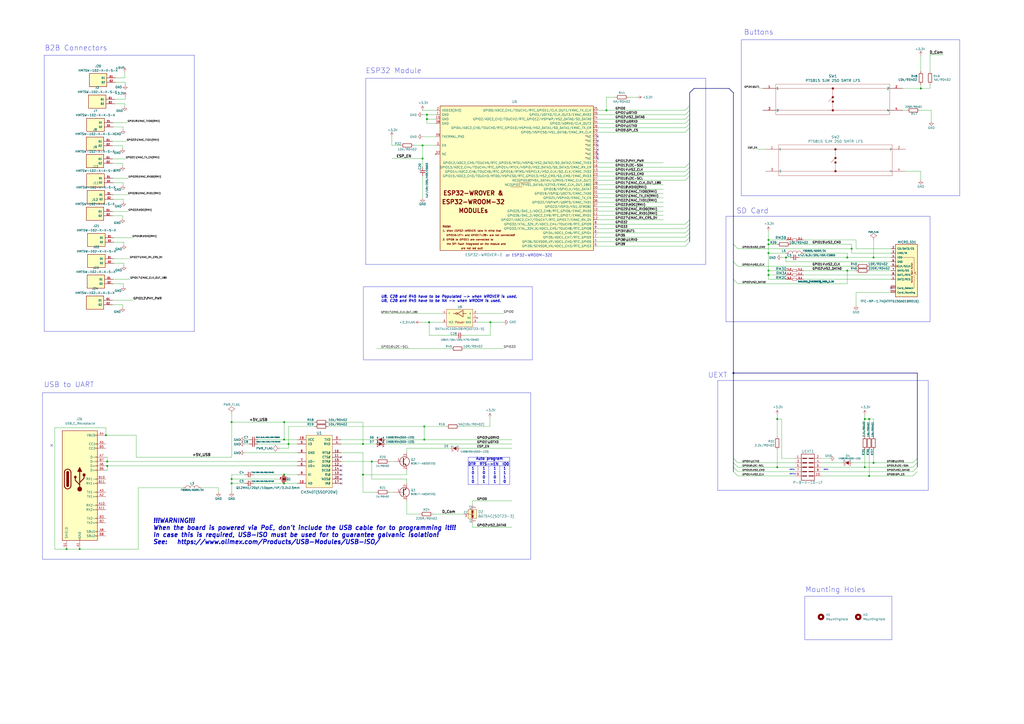
<source format=kicad_sch>
(kicad_sch (version 20230121) (generator eeschema)
  (paper "A2")
  (title_block (title "ESP32-PoE") (date "2024-06-06") (rev "L1") (company "OLIMEX LTD.") (comment 1 "https://www.olimex.com"))
  (junction (at 501.65 271.018))
  (junction (at 506.73 268.478))
  (junction (at 134.366 277.876))
  (junction (at 246.126 247.396))
  (junction (at 62.23 270.256))
  (junction (at 494.03 144.272))
  (junction (at 215.646 267.716))
  (junction (at 245.11 84.328))
  (junction (at 455.93 149.352))
  (junction (at 62.23 267.716))
  (junction (at 248.92 186.944))
  (junction (at 245.11 91.948))
  (junction (at 445.77 146.812))
  (junction (at 445.77 141.732))
  (junction (at 246.126 255.016))
  (junction (at 247.65 66.548))
  (junction (at 450.85 271.018))
  (junction (at 450.85 243.078))
  (junction (at 164.846 244.856))
  (junction (at 61.468 252.476))
  (junction (at 134.366 280.416))
  (junction (at 134.366 244.856))
  (junction (at 167.386 257.556))
  (junction (at 247.65 69.088))
  (junction (at 491.49 156.972))
  (junction (at 46.228 318.516))
  (junction (at 38.608 318.516))
  (junction (at 491.49 149.352))
  (junction (at 425.45 216.408))
  (junction (at 504.19 243.078))
  (junction (at 506.73 149.352))
  (junction (at 164.846 275.336))
  (junction (at 445.77 159.512))
  (junction (at 504.19 276.098))
  (junction (at 210.566 257.556))
  (junction (at 284.48 186.944))
  (junction (at 164.846 255.016))
  (junction (at 210.566 275.336))
  (junction (at 164.846 280.416))
  (junction (at 445.77 156.972))
  (junction (at 501.65 243.078))
  (junction (at 445.77 139.192))
  (junction (at 351.79 64.008))
  (junction (at 534.162 51.308))
  (no_connect (at 346.71 91.948))
  (no_connect (at 197.866 272.796))
  (no_connect (at 346.71 89.408))
  (no_connect (at 197.866 277.876))
  (no_connect (at 346.71 81.788))
  (no_connect (at 197.866 265.176))
  (no_connect (at 346.71 79.248))
  (no_connect (at 197.866 270.256))
  (no_connect (at 29.972 258.318))
  (no_connect (at 346.71 84.328))
  (no_connect (at 197.866 280.416))
  (no_connect (at 346.71 86.868))
  (no_connect (at 516.89 167.132))
  (no_connect (at 197.866 275.336))
  (bus_entry (at 400.05 132.588) (size -2.54 2.54))
  (bus_entry (at 400.05 127.508) (size -2.54 2.54))
  (bus_entry (at 400.05 99.568) (size -2.54 2.54))
  (bus_entry (at 425.45 141.732) (size 2.54 2.54))
  (bus_entry (at 532.13 265.938) (size -2.54 2.54))
  (bus_entry (at 400.05 64.008) (size -2.54 2.54))
  (bus_entry (at 532.13 268.478) (size -2.54 2.54))
  (bus_entry (at 400.05 137.668) (size -2.54 2.54))
  (bus_entry (at 425.45 151.892) (size 2.54 2.54))
  (bus_entry (at 400.05 69.088) (size -2.54 2.54))
  (bus_entry (at 532.13 271.018) (size -2.54 2.54))
  (bus_entry (at 425.45 162.052) (size 2.54 2.54))
  (bus_entry (at 400.05 135.128) (size -2.54 2.54))
  (bus_entry (at 425.45 265.938) (size 2.54 2.54))
  (bus_entry (at 425.45 271.018) (size 2.54 2.54))
  (bus_entry (at 425.45 273.558) (size 2.54 2.54))
  (bus_entry (at 400.05 140.208) (size -2.54 2.54))
  (bus_entry (at 425.45 268.478) (size 2.54 2.54))
  (bus_entry (at 400.05 66.548) (size -2.54 2.54))
  (bus_entry (at 400.05 130.048) (size -2.54 2.54))
  (bus_entry (at 400.05 97.028) (size -2.54 2.54))
  (bus_entry (at 400.05 74.168) (size -2.54 2.54))
  (bus_entry (at 400.05 102.108) (size -2.54 2.54))
  (bus_entry (at 400.05 71.628) (size -2.54 2.54))
  (bus_entry (at 532.13 273.558) (size -2.54 2.54))
  (bus_entry (at 400.05 61.468) (size -2.54 2.54))
  (bus_entry (at 400.05 94.488) (size -2.54 2.54))
  (wire (pts (xy 504.19 276.098) (xy 529.59 276.098)))
  (bus (pts (xy 425.45 216.408) (xy 425.45 265.938)))
  (wire (pts (xy 534.162 51.308) (xy 539.496 51.308)))
  (wire (pts (xy 62.23 270.256) (xy 61.468 270.256)))
  (wire (pts (xy 455.93 149.352) (xy 458.47 149.352)))
  (wire (pts (xy 445.77 139.192) (xy 445.77 141.732)))
  (wire (pts (xy 346.71 140.208) (xy 397.51 140.208)))
  (wire (pts (xy 258.826 247.396) (xy 246.126 247.396)))
  (wire (pts (xy 427.99 164.592) (xy 491.49 164.592)))
  (polyline (pts (xy 255.524 496.062) (xy 296.799 496.062)))
  (wire (pts (xy 245.11 66.548) (xy 247.65 66.548)))
  (bus (pts (xy 400.05 137.668) (xy 400.05 140.208)))
  (wire (pts (xy 506.73 268.478) (xy 529.59 268.478)))
  (wire (pts (xy 346.71 112.268) (xy 384.81 112.268)))
  (wire (pts (xy 526.034 64.008) (xy 523.748 64.008)))
  (polyline (pts (xy 326.771 541.782) (xy 385.826 541.782)))
  (bus (pts (xy 532.13 216.408) (xy 425.45 216.408)))
  (wire (pts (xy 455.93 151.892) (xy 455.93 149.352)))
  (wire (pts (xy 74.422 122.682) (xy 65.278 122.682)))
  (wire (pts (xy 71.12 96.266) (xy 71.12 94.742)))
  (wire (pts (xy 162.306 260.096) (xy 167.386 260.096)))
  (wire (pts (xy 534.162 104.394) (xy 534.162 99.314)))
  (wire (pts (xy 76.708 137.922) (xy 66.04 137.922)))
  (wire (pts (xy 506.73 139.192) (xy 506.73 149.352)))
  (wire (pts (xy 182.626 247.396) (xy 167.386 247.396)))
  (polyline (pts (xy 397.891 495.173) (xy 397.891 524.383)))
  (wire (pts (xy 351.79 64.008) (xy 397.51 64.008)))
  (wire (pts (xy 134.366 265.176) (xy 134.366 244.856)))
  (wire (pts (xy 445.77 134.112) (xy 445.77 139.192)))
  (wire (pts (xy 466.09 156.972) (xy 491.49 156.972)))
  (wire (pts (xy 210.566 275.336) (xy 210.566 285.496)))
  (polyline (pts (xy 338.201 536.067) (xy 338.201 541.782)))
  (wire (pts (xy 461.01 273.558) (xy 427.99 273.558)))
  (wire (pts (xy 458.47 141.732) (xy 494.03 141.732)))
  (wire (pts (xy 346.71 64.008) (xy 351.79 64.008)))
  (wire (pts (xy 164.846 275.336) (xy 172.466 275.336)))
  (wire (pts (xy 235.966 262.636) (xy 235.966 260.096)))
  (polyline (pts (xy 289.941 270.256) (xy 289.941 281.051)))
  (wire (pts (xy 534.162 99.314) (xy 525.272 99.314)))
  (wire (pts (xy 215.646 267.716) (xy 218.186 267.716)))
  (wire (pts (xy 445.77 146.812) (xy 445.77 156.972)))
  (wire (pts (xy 445.77 159.512) (xy 455.93 159.512)))
  (wire (pts (xy 235.966 290.576) (xy 235.966 298.196)))
  (polyline (pts (xy 271.526 270.256) (xy 295.656 270.256)))
  (wire (pts (xy 62.23 265.176) (xy 62.23 267.716)))
  (wire (pts (xy 445.77 159.512) (xy 445.77 162.052)))
  (polyline (pts (xy 326.771 562.102) (xy 418.846 562.102)))
  (polyline (pts (xy 364.871 562.102) (xy 364.871 572.262)))
  (wire (pts (xy 243.586 298.196) (xy 235.966 298.196)))
  (wire (pts (xy 504.19 243.078) (xy 501.65 243.078)))
  (polyline (pts (xy 366.776 559.562) (xy 366.776 554.482)))
  (wire (pts (xy 134.366 275.336) (xy 134.366 277.876)))
  (polyline (pts (xy 283.591 270.256) (xy 283.591 281.051)))
  (polyline (pts (xy 383.921 562.102) (xy 383.921 572.262)))
  (wire (pts (xy 71.882 152.654) (xy 66.04 152.654)))
  (wire (pts (xy 210.566 244.856) (xy 210.566 257.556)))
  (wire (pts (xy 494.03 144.272) (xy 494.03 146.812)))
  (polyline (pts (xy 347.091 524.256) (xy 397.891 524.256)))
  (wire (pts (xy 240.03 84.328) (xy 245.11 84.328)))
  (wire (pts (xy 71.628 117.094) (xy 71.628 115.57)))
  (wire (pts (xy 245.11 84.328) (xy 245.11 91.948)))
  (wire (pts (xy 539.496 31.75) (xy 539.496 41.402)))
  (polyline (pts (xy 255.524 531.622) (xy 296.799 531.622)))
  (wire (pts (xy 235.966 260.096) (xy 261.366 260.096)))
  (wire (pts (xy 31.75 318.516) (xy 31.75 248.158)))
  (bus (pts (xy 400.05 130.048) (xy 400.05 132.588)))
  (wire (pts (xy 71.12 86.106) (xy 71.12 84.582)))
  (bus (pts (xy 402.59 51.308) (xy 422.91 51.308)))
  (wire (pts (xy 246.126 247.396) (xy 246.126 255.016)))
  (polyline (pts (xy 326.771 534.162) (xy 418.846 534.162)))
  (wire (pts (xy 516.89 154.432) (xy 504.19 154.432)))
  (wire (pts (xy 346.71 135.128) (xy 397.51 135.128)))
  (polyline (pts (xy 338.201 544.322) (xy 338.201 551.942)))
  (wire (pts (xy 450.85 271.018) (xy 461.01 271.018)))
  (wire (pts (xy 445.77 156.972) (xy 455.93 156.972)))
  (wire (pts (xy 504.19 156.972) (xy 516.89 156.972)))
  (bus (pts (xy 400.05 132.588) (xy 400.05 135.128)))
  (wire (pts (xy 504.19 243.078) (xy 504.19 253.238)))
  (wire (pts (xy 284.226 242.316) (xy 284.226 247.396)))
  (wire (pts (xy 245.11 91.948) (xy 227.33 91.948)))
  (wire (pts (xy 245.11 84.328) (xy 252.73 84.328)))
  (wire (pts (xy 78.994 252.476) (xy 78.994 265.176)))
  (wire (pts (xy 215.646 277.876) (xy 215.646 267.716)))
  (bus (pts (xy 400.05 53.848) (xy 400.05 61.468)))
  (wire (pts (xy 261.62 202.184) (xy 218.44 202.184)))
  (wire (pts (xy 466.09 159.512) (xy 516.89 159.512)))
  (wire (pts (xy 491.49 156.972) (xy 496.57 156.972)))
  (wire (pts (xy 346.71 99.568) (xy 397.51 99.568)))
  (wire (pts (xy 225.806 285.496) (xy 228.346 285.496)))
  (wire (pts (xy 74.168 113.03) (xy 65.786 113.03)))
  (wire (pts (xy 210.566 257.556) (xy 218.186 257.556)))
  (wire (pts (xy 252.73 79.248) (xy 245.11 79.248)))
  (wire (pts (xy 501.65 271.018) (xy 529.59 271.018)))
  (wire (pts (xy 346.71 104.648) (xy 397.51 104.648)))
  (wire (pts (xy 274.066 290.576) (xy 274.066 293.116)))
  (wire (pts (xy 210.566 285.496) (xy 218.186 285.496)))
  (wire (pts (xy 225.806 267.716) (xy 228.346 267.716)))
  (wire (pts (xy 72.39 61.722) (xy 72.39 60.198)))
  (wire (pts (xy 506.73 243.078) (xy 506.73 253.238)))
  (wire (pts (xy 71.628 164.592) (xy 65.786 164.592)))
  (bus (pts (xy 400.05 97.028) (xy 400.05 99.568)))
  (wire (pts (xy 31.75 248.158) (xy 61.468 248.158)))
  (bus (pts (xy 400.05 53.848) (xy 402.59 51.308)))
  (wire (pts (xy 439.42 86.614) (xy 443.992 86.614)))
  (wire (pts (xy 38.608 318.516) (xy 31.75 318.516)))
  (wire (pts (xy 276.86 186.944) (xy 284.48 186.944)))
  (bus (pts (xy 425.45 151.892) (xy 425.45 162.052)))
  (wire (pts (xy 506.73 149.352) (xy 516.89 149.352)))
  (wire (pts (xy 534.162 51.308) (xy 523.748 51.308)))
  (wire (pts (xy 463.55 149.352) (xy 491.49 149.352)))
  (wire (pts (xy 126.746 282.956) (xy 126.746 285.496)))
  (wire (pts (xy 247.65 71.628) (xy 252.73 71.628)))
  (wire (pts (xy 72.39 45.212) (xy 67.056 45.212)))
  (wire (pts (xy 141.986 262.636) (xy 172.466 262.636)))
  (wire (pts (xy 144.526 255.016) (xy 141.986 255.016)))
  (polyline (pts (xy 366.776 536.067) (xy 366.776 541.782)))
  (wire (pts (xy 182.626 244.856) (xy 164.846 244.856)))
  (wire (pts (xy 223.266 255.016) (xy 246.126 255.016)))
  (wire (pts (xy 346.71 117.348) (xy 384.81 117.348)))
  (wire (pts (xy 71.882 140.462) (xy 66.04 140.462)))
  (polyline (pts (xy 326.771 544.322) (xy 385.826 544.322)))
  (wire (pts (xy 346.71 122.428) (xy 384.81 122.428)))
  (wire (pts (xy 62.23 267.716) (xy 172.466 267.716)))
  (wire (pts (xy 346.71 142.748) (xy 397.51 142.748)))
  (wire (pts (xy 540.258 70.358) (xy 540.258 64.008)))
  (bus (pts (xy 400.05 94.488) (xy 400.05 97.028)))
  (wire (pts (xy 455.93 139.192) (xy 445.77 139.192)))
  (wire (pts (xy 80.264 282.956) (xy 106.426 282.956)))
  (wire (pts (xy 476.25 273.558) (xy 529.59 273.558)))
  (wire (pts (xy 141.986 280.416) (xy 134.366 280.416)))
  (bus (pts (xy 425.45 141.732) (xy 425.45 151.892)))
  (wire (pts (xy 445.77 141.732) (xy 450.85 141.732)))
  (wire (pts (xy 351.79 56.388) (xy 351.79 64.008)))
  (bus (pts (xy 422.91 51.308) (xy 425.45 53.848)))
  (polyline (pts (xy 277.241 270.256) (xy 277.241 281.051)))
  (wire (pts (xy 251.206 298.196) (xy 268.986 298.196)))
  (wire (pts (xy 248.92 194.564) (xy 248.92 186.944)))
  (wire (pts (xy 450.85 243.078) (xy 453.39 243.078)))
  (wire (pts (xy 539.496 51.308) (xy 539.496 49.022)))
  (wire (pts (xy 164.846 255.016) (xy 172.466 255.016)))
  (wire (pts (xy 488.95 268.478) (xy 476.25 268.478)))
  (wire (pts (xy 547.116 31.75) (xy 539.496 31.75)))
  (wire (pts (xy 453.39 265.938) (xy 453.39 243.078)))
  (wire (pts (xy 62.23 272.796) (xy 61.468 272.796)))
  (wire (pts (xy 491.49 146.812) (xy 491.49 149.352)))
  (wire (pts (xy 167.386 257.556) (xy 172.466 257.556)))
  (wire (pts (xy 506.73 260.858) (xy 506.73 268.478)))
  (wire (pts (xy 397.51 102.108) (xy 346.71 102.108)))
  (wire (pts (xy 72.644 47.752) (xy 67.056 47.752)))
  (wire (pts (xy 346.71 107.188) (xy 384.81 107.188)))
  (bus (pts (xy 400.05 99.568) (xy 400.05 102.108)))
  (wire (pts (xy 72.898 92.202) (xy 65.278 92.202)))
  (polyline (pts (xy 347.091 536.067) (xy 347.091 541.782)))
  (wire (pts (xy 248.92 186.944) (xy 256.54 186.944)))
  (polyline (pts (xy 295.656 265.176) (xy 271.526 265.176)))
  (wire (pts (xy 220.98 181.864) (xy 256.54 181.864)))
  (wire (pts (xy 46.228 318.516) (xy 80.264 318.516)))
  (wire (pts (xy 346.71 69.088) (xy 397.51 69.088)))
  (wire (pts (xy 284.48 186.944) (xy 292.1 186.944)))
  (bus (pts (xy 532.13 265.938) (xy 532.13 268.478)))
  (wire (pts (xy 134.366 239.776) (xy 134.366 244.856)))
  (wire (pts (xy 264.16 194.564) (xy 248.92 194.564)))
  (wire (pts (xy 71.12 84.582) (xy 65.278 84.582)))
  (wire (pts (xy 450.85 260.858) (xy 450.85 271.018)))
  (wire (pts (xy 534.162 49.022) (xy 534.162 51.308)))
  (wire (pts (xy 72.644 56.134) (xy 72.644 57.658)))
  (wire (pts (xy 134.366 244.856) (xy 164.846 244.856)))
  (wire (pts (xy 346.71 71.628) (xy 397.51 71.628)))
  (wire (pts (xy 427.99 271.018) (xy 450.85 271.018)))
  (polyline (pts (xy 255.524 485.902) (xy 296.799 485.902)))
  (polyline (pts (xy 326.771 572.262) (xy 418.846 572.262)))
  (wire (pts (xy 227.33 84.328) (xy 232.41 84.328)))
  (wire (pts (xy 466.09 146.812) (xy 491.49 146.812)))
  (wire (pts (xy 227.33 79.248) (xy 227.33 84.328)))
  (polyline (pts (xy 373.761 500.253) (xy 373.761 524.383)))
  (polyline (pts (xy 347.091 520.319) (xy 397.891 520.319)))
  (wire (pts (xy 269.24 202.184) (xy 292.1 202.184)))
  (wire (pts (xy 80.264 318.516) (xy 80.264 282.956)))
  (wire (pts (xy 167.386 260.096) (xy 167.386 257.556)))
  (polyline (pts (xy 296.799 572.262) (xy 255.524 572.262)))
  (wire (pts (xy 247.65 66.548) (xy 247.65 69.088)))
  (wire (pts (xy 501.65 243.078) (xy 501.65 253.238)))
  (bus (pts (xy 425.45 162.052) (xy 425.45 216.408)))
  (bus (pts (xy 532.13 216.408) (xy 532.13 265.938)))
  (polyline (pts (xy 347.091 495.173) (xy 397.891 495.173)))
  (wire (pts (xy 346.71 114.808) (xy 384.81 114.808)))
  (wire (pts (xy 164.846 244.856) (xy 164.846 255.016)))
  (wire (pts (xy 516.89 151.892) (xy 455.93 151.892)))
  (wire (pts (xy 73.406 82.042) (xy 65.278 82.042)))
  (wire (pts (xy 496.57 144.272) (xy 496.57 139.192)))
  (wire (pts (xy 476.25 271.018) (xy 501.65 271.018)))
  (polyline (pts (xy 295.656 265.176) (xy 295.656 281.051)))
  (polyline (pts (xy 326.771 534.162) (xy 326.771 572.262)))
  (polyline (pts (xy 271.526 267.716) (xy 295.656 267.716)))
  (wire (pts (xy 266.446 247.396) (xy 284.226 247.396)))
  (wire (pts (xy 266.446 260.096) (xy 296.926 260.096)))
  (wire (pts (xy 491.49 156.972) (xy 491.49 164.592)))
  (wire (pts (xy 74.422 103.378) (xy 65.532 103.378)))
  (wire (pts (xy 364.49 56.388) (xy 369.57 56.388)))
  (wire (pts (xy 71.12 94.742) (xy 65.278 94.742)))
  (wire (pts (xy 476.25 276.098) (xy 504.19 276.098)))
  (wire (pts (xy 274.066 303.276) (xy 274.066 305.816)))
  (wire (pts (xy 72.39 60.198) (xy 66.548 60.198)))
  (bus (pts (xy 400.05 64.008) (xy 400.05 66.548)))
  (polyline (pts (xy 347.345 508.635) (xy 397.891 508.635)))
  (wire (pts (xy 274.066 290.576) (xy 296.926 290.576)))
  (wire (pts (xy 72.39 41.91) (xy 72.39 45.212)))
  (wire (pts (xy 167.386 247.396) (xy 167.386 257.556)))
  (wire (pts (xy 38.608 318.516) (xy 46.228 318.516)))
  (polyline (pts (xy 347.091 554.482) (xy 347.091 559.562)))
  (bus (pts (xy 425.45 271.018) (xy 425.45 273.558)))
  (wire (pts (xy 75.438 162.052) (xy 65.786 162.052)))
  (wire (pts (xy 141.986 275.336) (xy 134.366 275.336)))
  (wire (pts (xy 501.65 240.538) (xy 501.65 243.078)))
  (wire (pts (xy 504.19 260.858) (xy 504.19 276.098)))
  (wire (pts (xy 71.882 141.986) (xy 71.882 140.462)))
  (wire (pts (xy 147.066 275.336) (xy 164.846 275.336)))
  (wire (pts (xy 445.77 156.972) (xy 445.77 159.512)))
  (polyline (pts (xy 296.799 485.902) (xy 296.799 572.262)))
  (bus (pts (xy 400.05 61.468) (xy 400.05 64.008)))
  (wire (pts (xy 197.866 267.716) (xy 215.646 267.716)))
  (wire (pts (xy 252.73 69.088) (xy 247.65 69.088)))
  (wire (pts (xy 445.77 146.812) (xy 455.93 146.812)))
  (wire (pts (xy 62.23 267.716) (xy 61.468 267.716)))
  (wire (pts (xy 190.246 244.856) (xy 210.566 244.856)))
  (wire (pts (xy 246.126 255.016) (xy 296.926 255.016)))
  (wire (pts (xy 235.966 272.796) (xy 235.966 275.336)))
  (wire (pts (xy 247.65 66.548) (xy 252.73 66.548)))
  (wire (pts (xy 72.644 57.658) (xy 66.548 57.658)))
  (wire (pts (xy 450.85 240.538) (xy 450.85 243.078)))
  (wire (pts (xy 450.85 243.078) (xy 450.85 253.238)))
  (wire (pts (xy 235.966 280.416) (xy 235.966 277.876)))
  (wire (pts (xy 162.306 277.876) (xy 134.366 277.876)))
  (bus (pts (xy 400.05 74.168) (xy 400.05 94.488)))
  (polyline (pts (xy 284.734 490.982) (xy 284.734 567.182)))
  (wire (pts (xy 147.066 280.416) (xy 164.846 280.416)))
  (wire (pts (xy 445.77 162.052) (xy 455.93 162.052)))
  (wire (pts (xy 164.846 280.416) (xy 172.466 280.416)))
  (wire (pts (xy 71.12 176.784) (xy 65.278 176.784)))
  (wire (pts (xy 197.866 262.636) (xy 210.566 262.636)))
  (wire (pts (xy 496.57 177.292) (xy 496.57 169.672)))
  (wire (pts (xy 346.71 109.728) (xy 384.81 109.728)))
  (wire (pts (xy 149.606 257.556) (xy 167.386 257.556)))
  (wire (pts (xy 62.23 270.256) (xy 62.23 272.796)))
  (wire (pts (xy 346.71 124.968) (xy 384.81 124.968)))
  (bus (pts (xy 400.05 66.548) (xy 400.05 69.088)))
  (wire (pts (xy 496.57 154.432) (xy 427.99 154.432)))
  (wire (pts (xy 134.366 280.416) (xy 134.366 285.496)))
  (wire (pts (xy 346.71 119.888) (xy 384.81 119.888)))
  (polyline (pts (xy 326.771 539.242) (xy 385.826 539.242)))
  (wire (pts (xy 134.366 277.876) (xy 134.366 280.416)))
  (wire (pts (xy 73.914 71.12) (xy 65.532 71.12)))
  (wire (pts (xy 116.586 282.956) (xy 126.746 282.956)))
  (wire (pts (xy 346.71 97.028) (xy 397.51 97.028)))
  (polyline (pts (xy 347.091 500.253) (xy 397.891 500.253)))
  (wire (pts (xy 75.184 150.114) (xy 66.04 150.114)))
  (polyline (pts (xy 347.091 544.322) (xy 347.091 551.942)))
  (polyline (pts (xy 326.771 536.067) (xy 385.826 536.067)))
  (wire (pts (xy 276.86 181.864) (xy 292.1 181.864)))
  (wire (pts (xy 356.87 56.388) (xy 351.79 56.388)))
  (wire (pts (xy 245.11 102.108) (xy 245.11 114.808)))
  (wire (pts (xy 346.71 130.048) (xy 397.51 130.048)))
  (polyline (pts (xy 366.776 544.322) (xy 366.776 551.942)))
  (wire (pts (xy 235.966 275.336) (xy 210.566 275.336)))
  (wire (pts (xy 453.39 149.352) (xy 455.93 149.352)))
  (polyline (pts (xy 268.224 490.982) (xy 268.224 567.182)))
  (wire (pts (xy 71.374 107.442) (xy 71.374 105.918)))
  (polyline (pts (xy 385.826 551.942) (xy 385.826 534.162)))
  (bus (pts (xy 425.45 53.848) (xy 425.45 141.732)))
  (wire (pts (xy 62.23 270.256) (xy 172.466 270.256)))
  (polyline (pts (xy 255.524 567.182) (xy 296.799 567.182)))
  (polyline (pts (xy 326.771 546.862) (xy 385.826 546.862)))
  (wire (pts (xy 346.71 137.668) (xy 397.51 137.668)))
  (wire (pts (xy 72.644 49.276) (xy 72.644 47.752)))
  (bus (pts (xy 400.05 135.128) (xy 400.05 137.668)))
  (wire (pts (xy 494.03 144.272) (xy 427.99 144.272)))
  (wire (pts (xy 494.03 146.812) (xy 516.89 146.812)))
  (wire (pts (xy 71.374 73.66) (xy 65.532 73.66)))
  (bus (pts (xy 425.45 268.478) (xy 425.45 271.018)))
  (wire (pts (xy 461.01 268.478) (xy 427.99 268.478)))
  (wire (pts (xy 144.526 257.556) (xy 141.986 257.556)))
  (polyline (pts (xy 347.091 512.699) (xy 397.891 512.699)))
  (wire (pts (xy 284.48 194.564) (xy 284.48 186.944)))
  (bus (pts (xy 532.13 268.478) (xy 532.13 271.018)))
  (wire (pts (xy 149.606 255.016) (xy 164.846 255.016)))
  (wire (pts (xy 496.57 139.192) (xy 466.09 139.192)))
  (wire (pts (xy 61.468 252.476) (xy 78.994 252.476)))
  (wire (pts (xy 78.994 265.176) (xy 134.366 265.176)))
  (bus (pts (xy 400.05 102.108) (xy 400.05 127.508)))
  (wire (pts (xy 245.11 91.948) (xy 245.11 97.028)))
  (wire (pts (xy 494.03 268.478) (xy 506.73 268.478)))
  (wire (pts (xy 346.71 132.588) (xy 397.51 132.588)))
  (wire (pts (xy 71.882 154.178) (xy 71.882 152.654)))
  (polyline (pts (xy 326.771 567.182) (xy 418.846 567.182)))
  (wire (pts (xy 77.216 174.244) (xy 65.278 174.244)))
  (wire (pts (xy 274.066 305.816) (xy 296.926 305.816)))
  (wire (pts (xy 346.71 94.488) (xy 384.81 94.488)))
  (wire (pts (xy 71.374 105.918) (xy 65.532 105.918)))
  (wire (pts (xy 190.246 247.396) (xy 246.126 247.396)))
  (wire (pts (xy 496.57 169.672) (xy 516.89 169.672)))
  (wire (pts (xy 245.11 64.008) (xy 252.73 64.008)))
  (wire (pts (xy 501.65 260.858) (xy 501.65 271.018)))
  (wire (pts (xy 269.24 194.564) (xy 284.48 194.564)))
  (polyline (pts (xy 326.771 554.482) (xy 418.846 554.482)))
  (wire (pts (xy 540.258 64.008) (xy 533.654 64.008)))
  (wire (pts (xy 491.49 149.352) (xy 506.73 149.352)))
  (polyline (pts (xy 295.656 281.051) (xy 271.526 281.051)))
  (wire (pts (xy 445.77 141.732) (xy 445.77 146.812)))
  (wire (pts (xy 461.01 265.938) (xy 453.39 265.938)))
  (polyline (pts (xy 255.524 572.262) (xy 255.524 485.902)))
  (wire (pts (xy 223.266 257.556) (xy 296.926 257.556)))
  (wire (pts (xy 247.65 69.088) (xy 247.65 71.628)))
  (polyline (pts (xy 418.846 572.262) (xy 418.846 534.162)))
  (polyline (pts (xy 338.201 562.102) (xy 338.201 572.262)))
  (wire (pts (xy 440.69 51.308) (xy 442.468 51.308)))
  (polyline (pts (xy 338.201 554.482) (xy 338.201 559.562)))
  (polyline (pts (xy 271.526 265.176) (xy 271.526 281.051)))
  (wire (pts (xy 346.71 66.548) (xy 397.51 66.548)))
  (polyline (pts (xy 347.091 495.173) (xy 347.091 524.383)))
  (wire (pts (xy 210.566 262.636) (xy 210.566 275.336)))
  (polyline (pts (xy 402.336 562.102) (xy 402.336 572.262)))
  (wire (pts (xy 494.03 141.732) (xy 494.03 144.272)))
  (wire (pts (xy 516.89 144.272) (xy 496.57 144.272)))
  (wire (pts (xy 346.71 127.508) (xy 384.81 127.508)))
  (wire (pts (xy 504.19 243.078) (xy 506.73 243.078)))
  (wire (pts (xy 197.866 255.016) (xy 218.186 255.016)))
  (wire (pts (xy 71.628 166.116) (xy 71.628 164.592)))
  (wire (pts (xy 197.866 257.556) (xy 210.566 257.556)))
  (wire (pts (xy 71.12 126.746) (xy 71.12 125.222)))
  (polyline (pts (xy 255.524 508.762) (xy 296.799 508.762)))
  (wire (pts (xy 534.162 41.402) (xy 534.162 32.258)))
  (wire (pts (xy 71.374 75.184) (xy 71.374 73.66)))
  (bus (pts (xy 425.45 265.938) (xy 425.45 268.478)))
  (wire (pts (xy 243.84 186.944) (xy 248.92 186.944)))
  (wire (pts (xy 346.71 74.168) (xy 397.51 74.168)))
  (polyline (pts (xy 347.345 516.509) (xy 397.891 516.509)))
  (wire (pts (xy 71.628 115.57) (xy 65.786 115.57)))
  (wire (pts (xy 71.12 125.222) (xy 65.278 125.222)))
  (wire (pts (xy 461.01 276.098) (xy 427.99 276.098)))
  (polyline (pts (xy 255.524 490.982) (xy 296.799 490.982)))
  (bus (pts (xy 400.05 71.628) (xy 400.05 74.168)))
  (wire (pts (xy 476.25 265.938) (xy 481.33 265.938)))
  (polyline (pts (xy 347.091 562.102) (xy 347.091 572.262)))
  (bus (pts (xy 400.05 69.088) (xy 400.05 71.628)))
  (polyline (pts (xy 326.771 551.942) (xy 418.846 551.942)))
  (polyline (pts (xy 347.091 505.079) (xy 397.891 505.079)))
  (wire (pts (xy 61.468 248.158) (xy 61.468 252.476)))
  (bus (pts (xy 400.05 127.508) (xy 400.05 130.048)))
  (wire (pts (xy 235.966 277.876) (xy 215.646 277.876)))
  (polyline (pts (xy 326.771 559.562) (xy 418.846 559.562)))
  (wire (pts (xy 71.12 178.308) (xy 71.12 176.784)))
  (wire (pts (xy 466.09 162.052) (xy 516.89 162.052)))
  (wire (pts (xy 346.71 76.708) (xy 397.51 76.708)))
  (wire (pts (xy 62.23 265.176) (xy 61.468 265.176)))
  (rectangle (start 430.022 23.114) (end 556.768 113.538))
  (rectangle (start 247.396 474.218) (end 427.736 579.12))
  (rectangle (start 24.638 227.838) (end 307.848 324.358))
  (rectangle (start 416.306 220.726) (end 538.48 284.48))
  (rectangle (start 212.09 45.466) (end 409.448 153.416))
  (rectangle (start 466.852 345.948) (end 517.398 371.094))
  (rectangle (start 25.654 32.004) (end 112.776 192.278))
  (rectangle (start 210.82 166.37) (end 308.864 208.788))
  (rectangle (start 421.132 125.476) (end 539.496 186.69))
  (text "Pin" (at 327.152 564.642 0) (effects (font (size 0.9906 0.9906) (thickness 0.1981) bold italic) (justify left bottom)))
  (text "SD Card" (at 427.228 124.206 0) (effects (font (size 3 3)) (justify left bottom)))
  (text "Pull-Down" (at 338.836 551.688 0) (effects (font (size 0.9906 0.9906) (thickness 0.1981) bold) (justify left bottom)))
  (text "Buttons" (at 431.546 20.574 0) (effects (font (size 3 3)) (justify left bottom)))
  (text "0" (at 286.131 277.876 0) (effects (font (size 1.524 1.524) (thickness 0.3048) bold) (justify left bottom)))
  (text "I2CEXT0_SCL_out" (at 268.859 522.097 0) (effects (font (size 1.0922 1.0922) (thickness 0.2184) bold) (justify left bottom)))
  (text "I2CEXT1_SDA_in" (at 268.859 519.557 0) (effects (font (size 1.0922 1.0922) (thickness 0.2184) bold) (justify left bottom)))
  (text "Pull-Down" (at 378.841 511.683 0) (effects (font (size 1.4986 1.4986) (thickness 0.2997) bold) (justify left bottom)))
  (text "VSPID_in/_out" (at 268.859 554.482 0) (effects (font (size 1.0922 1.0922) (thickness 0.2184) bold) (justify left bottom)))
  (text "EMAC_COL_out" (at 268.859 508.127 0) (effects (font (size 1.0922 1.0922) (thickness 0.2184) bold) (justify left bottom)))
  (text "1" (at 273.431 272.796 0) (effects (font (size 1.524 1.524) (thickness 0.3048) bold) (justify left bottom)))
  (text "UEXT" (at 410.718 219.456 0) (effects (font (size 3 3)) (justify left bottom)))
  (text "Any GPIO" (at 287.274 502.412 0) (effects (font (size 1.0922 1.0922) (thickness 0.2184) bold) (justify left bottom)))
  (text "Rising-edge:Output" (at 403.352 566.42 0) (effects (font (size 0.9906 0.9906) (thickness 0.1981) bold italic) (justify left bottom)))
  (text "GPIO5:" (at 361.061 523.113 0) (effects (font (size 1.4986 1.4986) (thickness 0.2997) bold) (justify left bottom)))
  (text "Download Boot" (at 371.221 546.227 0) (effects (font (size 0.9906 0.9906) (thickness 0.1981) bold italic) (justify left bottom)))
  (text "HSPICLK_in/_out" (at 268.859 541.782 0) (effects (font (size 1.0922 1.0922) (thickness 0.2184) bold) (justify left bottom)))
  (text "VSPIQ_in/_out" (at 268.859 551.942 0) (effects (font (size 1.0922 1.0922) (thickness 0.2184) bold) (justify left bottom)))
  (text "Signal" (at 270.129 494.792 0) (effects (font (size 1.4986 1.4986) (thickness 0.2997) bold) (justify left bottom)))
  (text "Falling-edge:Output" (at 348.234 566.42 0) (effects (font (size 0.9906 0.9906) (thickness 0.1981) bold italic) (justify left bottom)))
  (text "HSPID_in/_out" (at 268.859 539.242 0) (effects (font (size 1.0922 1.0922) (thickness 0.2184) bold) (justify left bottom)))
  (text "Voltage of Internal LDO(VDD_SDIO)" (at 352.806 535.94 0) (effects (font (size 0.9906 0.9906) (thickness 0.1981) bold) (justify left bottom)))
  (text "1" (at 273.431 277.876 0) (effects (font (size 1.524 1.524) (thickness 0.3048) bold) (justify left bottom)))
  (text "GPIO2:" (at 361.061 511.683 0) (effects (font (size 1.4986 1.4986) (thickness 0.2997) bold) (justify left bottom)))
  (text "Interface" (at 257.429 494.792 0) (effects (font (size 1.4986 1.4986) (thickness 0.2997) bold) (justify left bottom)))
  (text "1" (at 373.126 572.008 0) (effects (font (size 0.9906 0.9906) (thickness 0.1981) bold) (justify left bottom)))
  (text "EMAC_MDI_in" (at 268.859 500.507 0) (effects (font (size 1.0922 1.0922) (thickness 0.2184) bold) (justify left bottom)))
  (text "General\nPurpose\nSPI" (at 256.794 553.212 0) (effects (font (size 1.4986 1.4986) (thickness 0.2997) bold) (justify left bottom)))
  (text "Debugging Log on U0TXD During Booting" (at 350.266 553.974 0) (effects (font (size 0.9906 0.9906) (thickness 0.1981) bold) (justify left bottom)))
  (text "Pin" (at 326.898 546.608 0) (effects (font (size 0.9906 0.9906) (thickness 0.1981) bold italic) (justify left bottom)))
  (text "Rising-edge:Output" (at 367.538 566.42 0) (effects (font (size 0.9906 0.9906) (thickness 0.1981) bold italic) (justify left bottom)))
  (text "I2CEXT1_SCL_in" (at 268.859 517.017 0) (effects (font (size 1.0922 1.0922) (thickness 0.2184) bold) (justify left bottom)))
  (text "0" (at 373.126 551.688 0) (effects (font (size 0.9906 0.9906) (thickness 0.1981) bold) (justify left bottom)))
  (text "0" (at 352.806 541.147 0) (effects (font (size 0.9906 0.9906) (thickness 0.1981) bold) (justify left bottom)))
  (text "Default" (at 338.836 546.608 0) (effects (font (size 0.9906 0.9906) (thickness 0.1981) bold italic) (justify left bottom)))
  (text "I2CEXT0_SCL_in" (at 268.859 511.937 0) (effects (font (size 1.0922 1.0922) (thickness 0.2184) bold) (justify left bottom)))
  (text "1" (at 390.906 569.722 0) (effects (font (size 0.9906 0.9906) (thickness 0.1981) bold) (justify left bottom)))
  (text "USB to UART" (at 25.4 225.044 0) (effects (font (size 3 3)) (justify left bottom)))
  (text "Pull-Up" (at 338.836 569.722 0) (effects (font (size 0.9906 0.9906) (thickness 0.1981) bold) (justify left bottom)))
  (text "0" (at 373.126 569.722 0) (effects (font (size 0.9906 0.9906) (thickness 0.1981) bold) (justify left bottom)))
  (text "U0TXD Toggling" (at 350.266 557.022 0) (effects (font (size 0.9906 0.9906) (thickness 0.1981) bold italic) (justify left bottom)))
  (text "3.3V" (at 352.806 538.607 0) (effects (font (size 0.9906 0.9906) (thickness 0.1981) bold italic) (justify left bottom)))
  (text "HSPIQ" (at 457.835 272.923 0) (effects (font (size 0.635 0.635) (thickness 0.127) bold) (justify left bottom)))
  (text "EMAC_MDO_out" (at 268.859 503.047 0) (effects (font (size 1.0922 1.0922) (thickness 0.2184) bold) (justify left bottom)))
  (text "Falling-edge:Input" (at 367.792 564.642 0) (effects (font (size 0.9906 0.9906) (thickness 0.1981) bold italic) (justify left bottom)))
  (text "0" (at 273.431 275.336 0) (effects (font (size 1.524 1.524) (thickness 0.3048) bold) (justify left bottom)))
  (text "HSPICLK" (at 457.835 275.463 0) (effects (font (size 0.635 0.635) (thickness 0.127) bold) (justify left bottom)))
  (text "GPIO4:" (at 361.061 515.493 0) (effects (font (size 1.4986 1.4986) (thickness 0.2997) bold) (justify left bottom)))
  (text "0" (at 373.126 549.402 0) (effects (font (size 0.9906 0.9906) (thickness 0.1981) bold) (justify left bottom)))
  (text "Pull-Up" (at 338.836 559.308 0) (effects (font (size 0.9906 0.9906) (thickness 0.1981) bold) (justify left bottom)))
  (text "Pin" (at 286.639 494.792 0) (effects (font (size 1.4986 1.4986) (thickness 0.2997) bold) (justify left bottom)))
  (text "1" (at 373.126 541.147 0) (effects (font (size 0.9906 0.9906) (thickness 0.1981) bold) (justify left bottom)))
  (text "VSPI_CS0_in/_out" (at 268.859 559.562 0) (effects (font (size 1.0922 1.0922) (thickness 0.2184) bold) (justify left bottom)))
  (text "1" (at 286.131 280.416 0) (effects (font (size 1.524 1.524) (thickness 0.3048) bold) (justify left bottom)))
  (text "B2B Connectors" (at 25.908 29.718 0) (effects (font (size 3 3)) (justify left bottom)))
  (text "1" (at 279.781 280.416 0) (effects (font (size 1.524 1.524) (thickness 0.3048) bold) (justify left bottom)))
  (text "1" (at 291.846 277.876 0) (effects (font (size 1.524 1.524) (thickness 0.3048) bold) (justify left bottom)))
  (text "1" (at 279.781 272.796 0) (effects (font (size 1.524 1.524) (thickness 0.3048) bold) (justify left bottom)))
  (text "Any GPIO" (at 287.274 521.462 0) (effects (font (size 1.0922 1.0922) (thickness 0.2184) bold) (justify left bottom)))
  (text "Default" (at 338.836 557.022 0) (effects (font (size 0.9906 0.9906) (thickness 0.1981) bold italic) (justify left bottom)))
  (text "U8, C28 and R45 have to be Populated -> when WROVER is used, \nU8, C28 and R45 have to be NA -> when WROOM is used." (at 220.98 175.514 0) (effects (font (size 1.524 1.524) (thickness 0.3048) bold italic) (justify left bottom)))
  (text "0" (at 291.846 280.416 0) (effects (font (size 1.524 1.524) (thickness 0.3048) bold) (justify left bottom)))
  (text "DTR  RTS->EN  IO0" (at 271.526 270.256 0) (effects (font (size 1.524 1.524) (thickness 0.3048) bold) (justify left bottom)))
  (text "I2CEXT0_SDA_out" (at 268.859 524.637 0) (effects (font (size 1.0922 1.0922) (thickness 0.2184) bold) (justify left bottom)))
  (text "Pin" (at 326.898 557.022 0) (effects (font (size 0.9906 0.9906) (thickness 0.1981) bold italic) (justify left bottom)))
  (text "Pull-Up" (at 338.836 549.402 0) (effects (font (size 0.9906 0.9906) (thickness 0.1981) bold) (justify left bottom)))
  (text "Pull-Up" (at 378.841 519.303 0) (effects (font (size 1.4986 1.4986) (thickness 0.2997) bold) (justify left bottom)))
  (text "VSPI_CS1_out" (at 268.859 562.102 0) (effects (font (size 1.0922 1.0922) (thickness 0.2184) bold) (justify left bottom)))
  (text "1" (at 408.686 569.722 0) (effects (font (size 0.9906 0.9906) (thickness 0.1981) bold) (justify left bottom)))
  (text "Default" (at 338.836 538.607 0) (effects (font (size 0.9906 0.9906) (thickness 0.1981) bold italic) (justify left bottom)))
  (text "MTDO/GPIO15:" (at 352.171 519.303 0) (effects (font (size 1.4986 1.4986) (thickness 0.2997) bold) (justify left bottom)))
  (text "Mounting Holes" (at 467.106 343.916 0) (effects (font (size 3 3)) (justify left bottom)))
  (text "EMAC" (at 258.064 503.682 0) (effects (font (size 1.4986 1.4986) (thickness 0.2997) bold) (justify left bottom)))
  (text "HSPI_CS2_out" (at 268.859 549.402 0) (effects (font (size 1.0922 1.0922) (thickness 0.2184) bold) (justify left bottom)))
  (text "Pull-Up" (at 338.836 572.008 0) (effects (font (size 0.9906 0.9906) (thickness 0.1981) bold) (justify left bottom)))
  (text "Pull-Down" (at 378.841 515.493 0) (effects (font (size 1.4986 1.4986) (thickness 0.2997) bold) (justify left bottom)))
  (text "I2CEXT1_SCL_out" (at 268.859 527.177 0) (effects (font (size 1.0922 1.0922) (thickness 0.2184) bold) (justify left bottom)))
  (text "VSPICLK_in/_out" (at 268.859 557.022 0) (effects (font (size 1.0922 1.0922) (thickness 0.2184) bold) (justify left bottom)))
  (text "GPIO0" (at 326.898 549.402 0) (effects (font (size 0.9906 0.9906) (thickness 0.1981) bold) (justify left bottom)))
  (text "Pull-Down" (at 378.841 504.063 0) (effects (font (size 1.4986 1.4986) (thickness 0.2997) bold) (justify left bottom)))
  (text "Rising-edge:Input" (at 385.826 564.642 0) (effects (font (size 0.9906 0.9906) (thickness 0.1981) bold italic) (justify left bottom)))
  (text "0" (at 390.906 572.008 0) (effects (font (size 0.9906 0.9906) (thickness 0.1981) bold) (justify left bottom)))
  (text "0" (at 355.346 569.722 0) (effects (font (size 0.9906 0.9906) (thickness 0.1981) bold) (justify left bottom)))
  (text "Any GPIO" (at 287.274 550.672 0) (effects (font (size 1.0922 1.0922) (thickness 0.2184) bold) (justify left bottom)))
  (text "0" (at 279.781 275.336 0) (effects (font (size 1.524 1.524) (thickness 0.3048) bold) (justify left bottom)))
  (text "Rising-edge:Input" (at 403.606 564.642 0) (effects (font (size 0.9906 0.9906) (thickness 0.1981) bold italic) (justify left bottom)))
  (text "GPIO0:" (at 361.061 507.873 0) (effects (font (size 1.4986 1.4986) (thickness 0.2997) bold) (justify left bottom)))
  (text "GPIO5" (at 326.898 572.008 0) (effects (font (size 0.9906 0.9906) (thickness 0.1981) bold) (justify left bottom)))
  (text "I2CEXT1_SDA_out" (at 268.859 529.717 0) (effects (font (size 1.0922 1.0922) (thickness 0.2184) bold) (justify left bottom)))
  (text "EMAC_MDC_out" (at 268.859 497.967 0) (effects (font (size 1.0922 1.0922) (thickness 0.2184) bold) (justify left bottom)))
  (text "1.8V" (at 373.126 538.607 0) (effects (font (size 0.9906 0.9906) (thickness 0.1981) bold italic) (justify left bottom)))
  (text "or ESP32-WROOM-32E" (at 293.37 149.098 0) (effects (font (size 1.524 1.524)) (justify left bottom)))
  (text "SPI Flash Boot" (at 351.536 546.227 0) (effects (font (size 0.9906 0.9906) (thickness 0.1981) bold italic) (justify left bottom)))
  (text "I2C" (at 259.969 521.462 0) (effects (font (size 1.4986 1.4986) (thickness 0.2997) bold) (justify left bottom)))
  (text "Don't-care" (at 352.806 551.688 0) (effects (font (size 0.9906 0.9906) (thickness 0.1981) bold) (justify left bottom)))
  (text "GPIO2" (at 326.898 551.688 0) (effects (font (size 0.9906 0.9906) (thickness 0.1981) bold) (justify left bottom)))
  (text "Internal Bootstrapping Resistors" (at 347.726 499.11 0) (effects (font (size 2.0066 2.0066) (thickness 0.4013) bold) (justify left bottom)))
  (text "1" (at 355.346 559.562 0) (effects (font (size 0.9906 0.9906) (thickness 0.1981) bold) (justify left bottom)))
  (text "!!!WARNING!!!\nWhen the board is powered via PoE, don't include the USB cable for to programming it!!!\nIn case this is required, USB-ISO must be used for to guarantee galvanic isolation!\nSee:   https://www.olimex.com/Products/USB-Modules/USB-ISO/" (at 88.646 315.976 0) (effects (font (size 2.54 2.54) (thickness 0.508) bold italic) (justify left bottom)))
  (text "Pull-Down" (at 338.836 541.147 0) (effects (font (size 0.9906 0.9906) (thickness 0.1981) bold) (justify left bottom)))
  (text "0" (at 373.126 559.562 0) (effects (font (size 0.9906 0.9906) (thickness 0.1981) bold) (justify left bottom)))
  (text "Timing of SDIO Slave" (at 357.886 561.594 0) (effects (font (size 0.9906 0.9906) (thickness 0.1981) bold) (justify left bottom)))
  (text "For more information refer to \nesp_wroom_32_datasheet_en.pdf." (at 261.874 571.627 0) (effects (font (size 1.1938 1.1938) (thickness 0.2388) bold italic) (justify left bottom)))
  (text "Falling-edge:Output" (at 385.572 566.42 0) (effects (font (size 0.9906 0.9906) (thickness 0.1981) bold italic) (justify left bottom)))
  (text "GPIO15/MTDO" (at 326.898 569.722 0) (effects (font (size 0.9906 0.9906) (thickness 0.1981) bold) (justify left bottom)))
  (text "0" (at 273.431 280.416 0) (effects (font (size 1.524 1.524) (thickness 0.3048) bold) (justify left bottom)))
  (text "GPIO15/MTDO" (at 326.898 559.308 0) (effects (font (size 0.9906 0.9906) (thickness 0.1981) bold) (justify left bottom)))
  (text "Notes:" (at 359.664 485.902 0) (effects (font (size 5.08 5.08) (thickness 1.016) bold italic) (justify left bottom)))
  (text "Booting Mode" (at 360.426 543.814 0) (effects (font (size 0.9906 0.9906) (thickness 0.1981) bold) (justify left bottom)))
  (text "Default" (at 338.836 564.642 0) (effects (font (size 0.9906 0.9906) (thickness 0.1981) bold italic) (justify left bottom)))
  (text "1" (at 286.131 272.796 0) (effects (font (size 1.524 1.524) (thickness 0.3048) bold) (justify left bottom)))
  (text "HSPI_CS1_out" (at 268.859 546.862 0) (effects (font (size 1.0922 1.0922) (thickness 0.2184) bold) (justify left bottom)))
  (text "1" (at 286.131 275.336 0) (effects (font (size 1.524 1.524) (thickness 0.3048) bold) (justify left bottom)))
  (text "Pull-Up" (at 378.841 507.873 0) (effects (font (size 1.4986 1.4986) (thickness 0.2997) bold) (justify left bottom)))
  (text "I2CEXT0_SDA_in" (at 268.859 514.477 0) (effects (font (size 1.0922 1.0922) (thickness 0.2184) bold) (justify left bottom)))
  (text "EMAC_CRS_out" (at 268.859 505.587 0) (effects (font (size 1.0922 1.0922) (thickness 0.2184) bold) (justify left bottom)))
  (text "U0TXD Silent" (at 368.046 557.022 0) (effects (font (size 0.9906 0.9906) (thickness 0.1981) bold italic) (justify left bottom)))
  (text "HSPID" (at 477.52 272.923 0) (effects (font (size 0.635 0.635) (thickness 0.127) bold) (justify left bottom)))
  (text "GPIO12/MTDI" (at 326.898 541.274 0) (effects (font (size 0.9906 0.9906) (thickness 0.1981) bold) (justify left bottom)))
  (text "Pull-Up" (at 378.841 523.113 0) (effects (font (size 1.4986 1.4986) (thickness 0.2997) bold) (justify left bottom)))
  (text "1" (at 355.346 549.402 0) (effects (font (size 0.9906 0.9906) (thickness 0.1981) bold) (justify left bottom)))
  (text "Bootstrapping Pins \n     Settings" (at 390.271 546.227 0) (effects (font (size 1.8034 1.8034) (thickness 0.3607) bold) (justify left bottom)))
  (text "MTDI/GPIO12:" (at 353.441 504.063 0) (effects (font (size 1.4986 1.4986) (thickness 0.2997) bold) (justify left bottom)))
  (text "0" (at 279.781 277.876 0) (effects (font (size 1.524 1.524) (thickness 0.3048) bold) (justify left bottom)))
  (text "HSPI_CS0_in/_out" (at 268.859 544.322 0) (effects (font (size 1.0922 1.0922) (thickness 0.2184) bold) (justify left bottom)))
  (text "Pin" (at 326.898 538.734 0) (effects (font (size 0.9906 0.9906) (thickness 0.1981) bold italic) (justify left bottom)))
  (text "1" (at 291.846 272.796 0) (effects (font (size 1.524 1.524) (thickness 0.3048) bold) (justify left bottom)))
  (text "ESP32 Module" (at 212.09 42.926 0) (effects (font (size 3 3)) (justify left bottom)))
  (text "Software Selectable Pins" (at 256.794 489.712 0) (effects (font (size 2.0066 2.0066) (thickness 0.4013) bold) (justify left bottom)))
  (text "1" (at 291.846 275.336 0) (effects (font (size 1.524 1.524) (thickness 0.3048) bold) (justify left bottom)))
  (text "VSPI_CS2_out" (at 268.859 564.642 0) (effects (font (size 1.0922 1.0922) (thickness 0.2184) bold) (justify left bottom)))
  (text "1" (at 408.686 572.008 0) (effects (font (size 0.9906 0.9906) (thickness 0.1981) bold) (justify left bottom)))
  (text "HSPIQ_in/_out" (at 268.859 536.702 0) (effects (font (size 1.0922 1.0922) (thickness 0.2184) bold) (justify left bottom)))
  (text "0" (at 355.346 572.008 0) (effects (font (size 0.9906 0.9906) (thickness 0.1981) bold) (justify left bottom)))
  (text "Auto program\n" (at 275.971 267.081 0) (effects (font (size 1.524 1.524) (thickness 0.3048) bold) (justify left bottom)))
  (label "GPIO25\\EMAC_RXD0(RMII)" (at 74.422 103.378 0) (effects (font (size 0.9906 0.9906) (thickness 0.1981) bold)))
  (label "GPIO14\\HS2_CLK" (at 471.17 154.432 0) (effects (font (thickness 0.254) bold)))
  (label "GPIO16\\I2C-SCL" (at 356.87 104.648 0) (effects (font (thickness 0.254) bold)))
  (label "GPIO27\\EMAC_RX_CRS_DV" (at 75.184 150.114 0) (effects (font (size 0.9906 0.9906) (thickness 0.1981) bold)))
  (label "GPIO15\\HS2_CMD" (at 471.17 141.732 0) (effects (font (thickness 0.254) bold)))
  (label "GPIO17\\EMAC_CLK_OUT_180" (at 75.438 162.052 0) (effects (font (size 1.016 1.016) (thickness 0.2032) bold)))
  (label "GPIO23\\MDC(RMII)" (at 74.422 122.682 0) (effects (font (size 0.9906 0.9906) (thickness 0.1981) bold)))
  (label "GPI39" (at 356.87 142.748 0) (effects (font (thickness 0.254) bold)))
  (label "GPIO4\\U1TXD" (at 356.87 74.168 0) (effects (font (thickness 0.254) bold)))
  (label "GPIO2\\HS2_DATA0" (at 356.87 69.088 0) (effects (font (thickness 0.254) bold)))
  (label "GPIO13\\I2C-SDA" (at 356.87 97.028 0) (effects (font (thickness 0.254) bold)))
  (label "GPIO15\\HS2_CMD" (at 430.53 273.558 0) (effects (font (size 0.9906 0.9906) (thickness 0.1981) bold)))
  (label "GPIO32" (at 356.87 130.048 0) (effects (font (thickness 0.254) bold)))
  (label "GPIO1\\U0TXD" (at 356.87 66.548 0) (effects (font (thickness 0.254) bold)))
  (label "+5V_USB" (at 144.526 244.856 0) (effects (font (size 1.524 1.524) (thickness 0.3048) bold)))
  (label "GPIO17\\EMAC_CLK_OUT_180" (at 356.87 107.188 0) (effects (font (thickness 0.254) bold)))
  (label "GPI34\\BUT1" (at 356.87 135.128 0) (effects (font (thickness 0.254) bold)))
  (label "GPIO1\\U0TXD" (at 276.606 257.556 0) (effects (font (thickness 0.254) bold)))
  (label "GPIO26\\EMAC_RXD1(RMII)" (at 356.87 124.968 0) (effects (font (thickness 0.254) bold)))
  (label "GPIO33" (at 292.1 202.184 0))
  (label "ESP_EN" (at 439.42 86.614 180) (effects (font (size 0.9906 0.9906) (thickness 0.1981) bold)))
  (label "GPIO17\\EMAC_CLK_OUT_180" (at 220.98 181.864 0) (effects (font (size 1.016 1.016))))
  (label "GPIO3\\U0RXD" (at 356.87 71.628 0) (effects (font (thickness 0.254) bold)))
  (label "GPIO13\\I2C-SDA" (at 514.35 271.018 0) (effects (font (size 0.9906 0.9906) (thickness 0.1981) bold)))
  (label "GPIO18\\MDIO(RMII)" (at 76.708 137.922 0) (effects (font (size 0.9906 0.9906) (thickness 0.1981) bold)))
  (label "GPIO5\\SPI_CS" (at 356.87 76.708 0) (effects (font (thickness 0.254) bold)))
  (label "GPIO3\\U0RXD" (at 276.606 255.016 0) (effects (font (thickness 0.254) bold)))
  (label "GPIO22\\EMAC_TXD1(RMII)" (at 356.87 117.348 0) (effects (font (thickness 0.254) bold)))
  (label "GPIO26\\EMAC_RXD1(RMII)" (at 74.168 113.03 0) (effects (font (size 0.9906 0.9906) (thickness 0.1981) bold)))
  (label "D_Com" (at 256.286 298.196 0) (effects (font (size 1.524 1.524) (thickness 0.3048) bold)))
  (label "GPIO14\\HS2_CLK" (at 430.53 276.098 0) (effects (font (size 0.9906 0.9906) (thickness 0.1981) bold)))
  (label "GPI36\\U1RXD" (at 514.35 268.478 0) (effects (font (size 0.9906 0.9906) (thickness 0.1981) bold)))
  (label "GPIO0" (at 276.606 290.576 0) (effects (font (thickness 0.254) bold)))
  (label "GPIO22\\EMAC_TXD1(RMII)" (at 73.406 82.042 0) (effects (font (size 0.9906 0.9906) (thickness 0.1981) bold)))
  (label "GPIO15\\HS2_CMD" (at 356.87 102.108 0) (effects (font (thickness 0.254) bold)))
  (label "GPIO27\\EMAC_RX_CRS_DV" (at 356.87 127.508 0) (effects (font (thickness 0.254) bold)))
  (label "GPIO21\\EMAC_TX_EN(RMII)" (at 356.87 114.808 0) (effects (font (thickness 0.254) bold)))
  (label "GPIO23\\MDC(RMII)" (at 356.87 119.888 0) (effects (font (thickness 0.254) bold)))
  (label "+5V_USB" (at 111.506 265.176 0) (effects (font (size 1.524 1.524) (thickness 0.3048) bold)))
  (label "GPIO5\\SPI_CS" (at 514.35 276.098 0) (effects (font (size 0.9906 0.9906) (thickness 0.1981) bold)))
  (label "GPIO12\\PHY_PWR" (at 356.87 94.488 0) (effects (font (thickness 0.254) bold)))
  (label "GPIO15\\HS2_CMD" (at 430.53 144.272 0) (effects (font (size 1.016 1.016) (thickness 0.2032) bold)))
  (label "GPIO33" (at 356.87 132.588 0) (effects (font (thickness 0.254) bold)))
  (label "GPIO0" (at 356.87 64.008 0) (effects (font (thickness 0.254) bold)))
  (label "D_Com" (at 547.116 31.75 180) (effects (font (size 1.524 1.524) (thickness 0.3048) bold)))
  (label "GPI34\\BUT1" (at 440.69 51.308 180) (effects (font (size 0.9906 0.9906) (thickness 0.1981) bold)))
  (label "GPIO4\\U1TXD" (at 430.53 268.478 0) (effects (font (size 0.9906 0.9906) (thickness 0.1981) bold)))
  (label "GPIO2\\HS2_DATA0" (at 471.17 156.972 0) (effects (font (thickness 0.254) bold)))
  (label "GPIO2\\HS2_DATA0" (at 276.606 305.816 0) (effects (font (thickness 0.254) bold)))
  (label "GPIO19\\EMAC_TXD0(RMII)" (at 356.87 112.268 0) (effects (font (thickness 0.254) bold)))
  (label "GPIO19\\EMAC_TXD0(RMII)" (at 73.914 71.12 0) (effects (font (size 0.9906 0.9906) (thickness 0.1981) bold)))
  (label "GPI35" (at 356.87 137.668 0) (effects (font (thickness 0.254) bold)))
  (label "GPIO14\\HS2_CLK" (at 356.87 99.568 0) (effects (font (thickness 0.254) bold)))
  (label "GPIO16\\I2C-SCL" (at 220.98 202.184 0))
  (label "GPIO25\\EMAC_RXD0(RMII)" (at 356.87 122.428 0) (effects (font (thickness 0.254) bold)))
  (label "GPI36\\U1RXD" (at 356.87 140.208 0) (effects (font (thickness 0.254) bold)))
  (label "ESP_EN" (at 229.87 91.948 0) (effects (font (size 1.524 1.524) (thickness 0.3048) bold)))
  (label "GPIO18\\MDIO(RMII)" (at 356.87 109.728 0) (effects (font (thickness 0.254) bold)))
  (label "GPIO14\\HS2_CLK" (at 430.53 154.432 0) (effects (font (size 1.016 1.016) (thickness 0.2032) bold)))
  (label "GPIO21\\EMAC_TX_EN(RMII)" (at 72.898 92.202 0) (effects (font (size 0.9906 0.9906) (thickness 0.1981) bold)))
  (label "GPIO2\\HS2_DATA0" (at 430.53 164.592 0) (effects (font (size 1.016 1.016) (thickness 0.2032) bold)))
  (label "GPIO0" (at 292.1 181.864 0))
  (label "GPIO12\\PHY_PWR" (at 77.216 174.244 0) (effects (font (thickness 0.254) bold)))
  (label "ESP_EN" (at 276.606 260.096 0) (effects (font (thickness 0.254) bold)))
  (label "GPIO16\\I2C-SCL" (at 430.53 271.018 0) (effects (font (size 0.9906 0.9906) (thickness 0.1981) bold)))
  (label "GPIO2\\HS2_DATA0" (at 514.35 273.558 0) (effects (font (size 0.9906 0.9906) (thickness 0.1981) bold)))
  (symbol (lib_id "ESP32-PoE_Rev_L1-rescue:BH10S-ESP32-PoE_Rev_L1") (at 468.63 271.018 0) (unit 1)
    (property "Reference" "UEXT1" (at 468.63 261.874 0) (effects (font (size 1.524 1.524))))
    (property "Value" "P-B-V-10-LF" (at 468.63 279.908 0) (effects (font (size 1.524 1.524))))
    (property "Footprint" "OLIMEX_Connectors-FP:GBH-254-SMT-10" (effects hide))
    (property "Fieldname 1" "Value 1" (effects hide))
    (property "Fieldname2" "Value2" (effects hide))
    (property "Fieldname3" "Value3" (effects hide))
  )
  (symbol (lib_id "ESP32-PoE_Rev_L1-rescue:R-ESP32-PoE_Rev_L1") (at 450.85 257.048 90) (mirror x) (unit 1)
    (property "Reference" "R31" (at 445.516 256.032 90) (effects (justify right)))
    (property "Value" "2.2k/R0402" (at 437.642 258.318 90) (effects (justify right)))
    (property "Footprint" "OLIMEX_RLC-FP:R_0402_5MIL_DWS" (effects hide))
    (property "Fieldname 1" "Value 1" (effects hide))
    (property "Fieldname2" "Value2" (effects hide))
    (property "Fieldname3" "Value3" (effects hide))
  )
  (symbol (lib_id "ESP32-PoE_Rev_L1-rescue:+3.3V-ESP32-PoE_Rev_L1") (at 450.85 240.538 0) (unit 1)
    (property "Reference" "#PWR054" (effects hide))
    (property "Value" "+3.3V" (at 451.231 236.1438 0))
  )
  (symbol (lib_id "ESP32-PoE_Rev_L1-rescue:GND-ESP32-PoE_Rev_L1") (at 481.33 265.938 90) (unit 1)
    (property "Reference" "#PWR058" (effects hide))
    (property "Value" "GND" (at 478.536 264.414 90) (effects (justify right)))
  )
  (symbol (lib_id "ESP32-PoE_Rev_L1-rescue:R-ESP32-PoE_Rev_L1") (at 501.65 257.048 270) (unit 1)
    (property "Reference" "R35" (at 500.888 260.35 0) (effects (justify left)))
    (property "Value" "2.2k/R0402" (at 501.142 244.348 0) (effects (font (size 0.9906 0.9906)) (justify left)))
    (property "Footprint" "OLIMEX_RLC-FP:R_0402_5MIL_DWS" (effects hide))
    (property "Fieldname 1" "Value 1" (effects hide))
    (property "Fieldname2" "Value2" (effects hide))
    (property "Fieldname3" "Value3" (effects hide))
  )
  (symbol (lib_id "ESP32-PoE_Rev_L1-rescue:R-ESP32-PoE_Rev_L1") (at 504.19 257.048 270) (unit 1)
    (property "Reference" "R36" (at 503.428 260.35 0) (effects (justify left)))
    (property "Value" "10k/R0402" (at 503.682 244.856 0) (effects (font (size 0.9906 0.9906)) (justify left)))
    (property "Footprint" "OLIMEX_RLC-FP:R_0402_5MIL_DWS" (effects hide))
    (property "Fieldname 1" "Value 1" (effects hide))
    (property "Fieldname2" "Value2" (effects hide))
    (property "Fieldname3" "Value3" (effects hide))
  )
  (symbol (lib_id "ESP32-PoE_Rev_L1-rescue:+3.3V-ESP32-PoE_Rev_L1") (at 245.11 64.008 0) (unit 1)
    (property "Reference" "#PWR055" (effects hide))
    (property "Value" "+3.3V" (at 245.491 59.6138 0))
  )
  (symbol (lib_id "ESP32-PoE_Rev_L1-rescue:GND-ESP32-PoE_Rev_L1") (at 245.11 66.548 270) (unit 1)
    (property "Reference" "#PWR056" (effects hide))
    (property "Value" "GND" (at 241.8588 66.675 90) (effects (justify right)))
  )
  (symbol (lib_id "ESP32-PoE_Rev_L1-rescue:GND-ESP32-PoE_Rev_L1") (at 245.11 79.248 270) (unit 1)
    (property "Reference" "#PWR057" (effects hide))
    (property "Value" "GND" (at 241.8588 79.375 90) (effects (justify right)))
  )
  (symbol (lib_id "ESP32-PoE_Rev_L1-rescue:+3.3V-ESP32-PoE_Rev_L1") (at 227.33 79.248 0) (unit 1)
    (property "Reference" "#PWR053" (effects hide))
    (property "Value" "+3.3V" (at 224.79 75.438 0) (effects (justify left)))
  )
  (symbol (lib_id "ESP32-PoE_Rev_L1-rescue:+3.3V-ESP32-PoE_Rev_L1") (at 445.77 134.112 0) (unit 1)
    (property "Reference" "#PWR059" (effects hide))
    (property "Value" "+3.3V" (at 446.151 129.7178 0))
  )
  (symbol (lib_id "ESP32-PoE_Rev_L1-rescue:R-ESP32-PoE_Rev_L1") (at 454.66 141.732 0) (unit 1)
    (property "Reference" "R39" (at 448.564 140.716 0))
    (property "Value" "10k/R0402" (at 463.296 140.716 0))
    (property "Footprint" "OLIMEX_RLC-FP:R_0402_5MIL_DWS" (effects hide))
    (property "Fieldname 1" "Value 1" (effects hide))
    (property "Fieldname2" "Value2" (effects hide))
    (property "Fieldname3" "Value3" (effects hide))
  )
  (symbol (lib_id "ESP32-PoE_Rev_L1-rescue:R-ESP32-PoE_Rev_L1") (at 500.38 154.432 0) (unit 1)
    (property "Reference" "R40" (at 495.3 153.162 0))
    (property "Value" "10R/R0402" (at 509.27 153.162 0))
    (property "Footprint" "OLIMEX_RLC-FP:R_0402_5MIL_DWS" (effects hide))
    (property "Fieldname 1" "Value 1" (effects hide))
    (property "Fieldname2" "Value2" (effects hide))
    (property "Fieldname3" "Value3" (effects hide))
  )
  (symbol (lib_id "ESP32-PoE_Rev_L1-rescue:L-ESP32-PoE_Rev_L1") (at 461.01 146.812 0) (unit 1)
    (property "Reference" "L5" (at 454.66 145.542 0))
    (property "Value" "FB0805/600R/2A" (at 472.44 145.542 0) (effects (font (size 0.9906 0.9906))))
    (property "Footprint" "OLIMEX_RLC-FP:L_0805_5MIL_DWS" (effects hide))
    (property "Fieldname 1" "Value 1" (effects hide))
    (property "Fieldname2" "Value2" (effects hide))
    (property "Fieldname3" "Value3" (effects hide))
  )
  (symbol (lib_id "ESP32-PoE_Rev_L1-rescue:C-ESP32-PoE_Rev_L1") (at 461.01 149.352 270) (unit 1)
    (property "Reference" "C3" (at 457.835 148.082 90))
    (property "Value" "47uF/6.3V/20%/X5R/C0805" (at 473.71 148.082 90) (effects (font (size 0.9906 0.9906))))
    (property "Footprint" "OLIMEX_RLC-FP:C_0805_5MIL_DWS" (effects hide))
    (property "Fieldname 1" "Value 1" (effects hide))
    (property "Fieldname2" "Value2" (effects hide))
    (property "Fieldname3" "Value3" (effects hide))
  )
  (symbol (lib_id "ESP32-PoE_Rev_L1-rescue:GND-ESP32-PoE_Rev_L1") (at 453.39 149.352 270) (unit 1)
    (property "Reference" "#PWR060" (effects hide))
    (property "Value" "GND" (at 450.1388 149.479 90) (effects (justify right)))
  )
  (symbol (lib_id "ESP32-PoE_Rev_L1-rescue:RA1206_(4x0603)_4B8_Smashed-ESP32-PoE_Rev_L1") (at 461.01 135.382 180) (unit 2)
    (property "Reference" "RM3" (at 456.184 137.922 0) (effects (font (size 1.524 1.524)) (justify left)))
    (property "Value" "RA1206_(4X0603)_4B8_2.2k" (at 483.87 163.322 0) (effects (font (size 0.9906 0.9906)) (justify left)))
    (property "Footprint" "OLIMEX_RLC-FP:R_MATRIX_4" (effects hide))
    (property "Fieldname 1" "Value 1" (effects hide))
    (property "Fieldname2" "Value2" (effects hide))
    (property "Fieldname3" "Value3" (effects hide))
  )
  (symbol (lib_id "ESP32-PoE_Rev_L1-rescue:RA1206_(4x0603)_4B8_Smashed-ESP32-PoE_Rev_L1") (at 461.01 158.242 180) (unit 3)
    (property "Reference" "RM3" (at 456.438 161.036 0) (effects (font (size 1.524 1.524)) (justify left)))
    (property "Value" "RA1206_(4X0603)_4B8_2.2k" (at 483.87 163.322 0) (effects (font (size 0.9906 0.9906)) (justify left)))
    (property "Footprint" "OLIMEX_RLC-FP:R_MATRIX_4" (effects hide))
    (property "Fieldname 1" "Value 1" (effects hide))
    (property "Fieldname2" "Value2" (effects hide))
    (property "Fieldname3" "Value3" (effects hide))
  )
  (symbol (lib_id "ESP32-PoE_Rev_L1-rescue:RA1206_(4x0603)_4B8_Smashed-ESP32-PoE_Rev_L1") (at 461.01 155.702 180) (unit 1)
    (property "Reference" "RM3" (at 456.438 158.496 0) (effects (font (size 1.524 1.524)) (justify left)))
    (property "Value" "RA1206_(4X0603)_4B8_2.2k" (at 483.87 163.322 0) (effects (font (size 0.9906 0.9906)) (justify left)))
    (property "Footprint" "OLIMEX_RLC-FP:R_MATRIX_4" (effects hide))
    (property "Fieldname 1" "Value 1" (effects hide))
    (property "Fieldname2" "Value2" (effects hide))
    (property "Fieldname3" "Value3" (effects hide))
  )
  (symbol (lib_id "ESP32-PoE_Rev_L1-rescue:RA1206_(4x0603)_4B8_Smashed-ESP32-PoE_Rev_L1") (at 461.01 153.162 180) (unit 4)
    (property "Reference" "RM3" (at 456.438 155.956 0) (effects (font (size 1.524 1.524)) (justify left)))
    (property "Value" "RA1206_(4X0603)_4B8_2.2k" (at 483.87 163.322 0) (effects (font (size 0.9906 0.9906)) (justify left)))
    (property "Footprint" "OLIMEX_RLC-FP:R_MATRIX_4" (effects hide))
    (property "Fieldname 1" "Value 1" (effects hide))
    (property "Fieldname2" "Value2" (effects hide))
    (property "Fieldname3" "Value3" (effects hide))
  )
  (symbol (lib_id "ESP32-PoE_Rev_L1-rescue:PWR_FLAG-ESP32-PoE_Rev_L1") (at 506.73 139.192 0) (unit 1)
    (property "Reference" "#FLG09" (effects hide))
    (property "Value" "PWR_FLAG" (at 506.73 134.62 0) (effects (font (size 0.7874 0.7874))))
  )
  (symbol (lib_id "ESP32-PoE_Rev_L1-rescue:D_Schottky_Small-ESP32-PoE_Rev_L1") (at 491.49 268.478 0) (unit 1)
    (property "Reference" "D4" (at 491.744 264.414 0))
    (property "Value" "1N5819S4(SOD-123)" (at 492.76 265.938 0) (effects (font (size 0.7874 0.7874))))
    (property "Footprint" "OLIMEX_Diodes-FP:SOD-123_1C-2A_KA" (effects hide))
    (property "Fieldname 1" "Value 1" (effects hide))
    (property "Fieldname2" "Value2" (effects hide))
    (property "Fieldname3" "Value3" (effects hide))
  )
  (symbol (lib_id "ESP32-PoE_Rev_L1-rescue:R-ESP32-PoE_Rev_L1") (at 506.73 257.048 270) (unit 1)
    (property "Reference" "R37" (at 505.968 260.35 0) (effects (justify left)))
    (property "Value" "10k/R0402" (at 506.222 244.856 0) (effects (font (size 0.9906 0.9906)) (justify left)))
    (property "Footprint" "OLIMEX_RLC-FP:R_0402_5MIL_DWS" (effects hide))
    (property "Fieldname 1" "Value 1" (effects hide))
    (property "Fieldname2" "Value2" (effects hide))
    (property "Fieldname3" "Value3" (effects hide))
  )
  (symbol (lib_id "ESP32-PoE_Rev_L1-rescue:R-ESP32-PoE_Rev_L1") (at 236.22 84.328 0) (unit 1)
    (property "Reference" "R32" (at 230.886 83.312 0))
    (property "Value" "10k/R0402" (at 236.22 86.614 0))
    (property "Footprint" "OLIMEX_RLC-FP:R_0402_5MIL_DWS" (effects hide))
    (property "Fieldname 1" "Value 1" (effects hide))
    (property "Fieldname2" "Value2" (effects hide))
    (property "Fieldname3" "Value3" (effects hide))
  )
  (symbol (lib_id "ESP32-PoE_Rev_L1-rescue:CH340T(SSOP20W)-ESP32-PoE_Rev_L1") (at 185.166 267.716 0) (unit 1)
    (property "Reference" "U1" (at 185.166 251.206 0) (effects (font (size 1.524 1.524))))
    (property "Value" "CH340T(SSOP20W)" (at 185.166 285.496 0) (effects (font (size 1.524 1.524))))
    (property "Footprint" "OLIMEX_IC-FP:SSOP-20W" (effects hide))
  )
  (symbol (lib_id "ESP32-PoE_Rev_L1-rescue:GND-ESP32-PoE_Rev_L1") (at 126.746 285.496 0) (unit 1)
    (property "Reference" "#PWR07" (effects hide))
    (property "Value" "GND" (at 126.746 289.306 0))
  )
  (symbol (lib_id "ESP32-PoE_Rev_L1-rescue:C-ESP32-PoE_Rev_L1") (at 147.066 255.016 270) (unit 1)
    (property "Reference" "C7" (at 141.351 253.746 90) (effects (justify left)))
    (property "Value" "22uF/6.3V/20%/X5R/C0603" (at 148.336 253.746 90) (effects (font (size 0.635 0.635)) (justify left)))
    (property "Footprint" "OLIMEX_RLC-FP:C_0603_5MIL_DWS" (effects hide))
    (property "Fieldname 1" "Value 1" (effects hide))
    (property "Fieldname2" "Value2" (effects hide))
    (property "Fieldname3" "Value3" (effects hide))
  )
  (symbol (lib_id "ESP32-PoE_Rev_L1-rescue:GND-ESP32-PoE_Rev_L1") (at 141.986 262.636 270) (unit 1)
    (property "Reference" "#PWR015" (effects hide))
    (property "Value" "GND" (at 137.5918 262.763 90))
  )
  (symbol (lib_id "ESP32-PoE_Rev_L1-rescue:R-ESP32-PoE_Rev_L1") (at 186.436 244.856 0) (unit 1)
    (property "Reference" "R18" (at 180.086 243.586 0))
    (property "Value" "10k/R0402" (at 195.961 243.586 0))
    (property "Footprint" "OLIMEX_RLC-FP:R_0402_5MIL_DWS" (effects hide))
    (property "Fieldname 1" "Value 1" (effects hide))
    (property "Fieldname2" "Value2" (effects hide))
    (property "Fieldname3" "Value3" (effects hide))
  )
  (symbol (lib_id "ESP32-PoE_Rev_L1-rescue:R-ESP32-PoE_Rev_L1") (at 186.436 247.396 0) (unit 1)
    (property "Reference" "R19" (at 180.086 246.126 0))
    (property "Value" "10k/R0402" (at 195.961 246.126 0))
    (property "Footprint" "OLIMEX_RLC-FP:R_0402_5MIL_DWS" (effects hide))
    (property "Fieldname 1" "Value 1" (effects hide))
    (property "Fieldname2" "Value2" (effects hide))
    (property "Fieldname3" "Value3" (effects hide))
  )
  (symbol (lib_id "ESP32-PoE_Rev_L1-rescue:C-ESP32-PoE_Rev_L1") (at 147.066 257.556 270) (unit 1)
    (property "Reference" "C8" (at 141.351 256.286 90) (effects (justify left)))
    (property "Value" "100nF/16V/10%/X7R/C0402" (at 148.336 256.286 90) (effects (font (size 0.635 0.635)) (justify left)))
    (property "Footprint" "OLIMEX_RLC-FP:C_0402_5MIL_DWS" (effects hide))
    (property "Fieldname 1" "Value 1" (effects hide))
    (property "Fieldname2" "Value2" (effects hide))
    (property "Fieldname3" "Value3" (effects hide))
  )
  (symbol (lib_id "ESP32-PoE_Rev_L1-rescue:GND-ESP32-PoE_Rev_L1") (at 141.986 255.016 270) (unit 1)
    (property "Reference" "#PWR013" (effects hide))
    (property "Value" "GND" (at 137.5918 255.143 90))
  )
  (symbol (lib_id "ESP32-PoE_Rev_L1-rescue:GND-ESP32-PoE_Rev_L1") (at 141.986 257.556 270) (unit 1)
    (property "Reference" "#PWR014" (effects hide))
    (property "Value" "GND" (at 137.5918 257.683 90))
  )
  (symbol (lib_id "ESP32-PoE_Rev_L1-rescue:Q_NPN_BEC-ESP32-PoE_Rev_L1") (at 233.426 267.716 0) (unit 1)
    (property "Reference" "Q2" (at 238.2774 266.5476 0) (effects (justify left)))
    (property "Value" "BC817-40(SOT23)" (at 238.2774 268.859 0) (effects (font (size 1.016 1.016)) (justify left)))
    (property "Footprint" "OLIMEX_Transistors-FP:SOT23" (effects hide))
  )
  (symbol (lib_id "ESP32-PoE_Rev_L1-rescue:R-ESP32-PoE_Rev_L1") (at 221.996 267.716 0) (unit 1)
    (property "Reference" "R20" (at 221.996 265.176 0))
    (property "Value" "1k/R0402" (at 221.996 270.256 0) (effects (font (size 0.9906 0.9906))))
    (property "Footprint" "OLIMEX_RLC-FP:R_0402_5MIL_DWS" (effects hide))
    (property "Fieldname 1" "Value 1" (effects hide))
    (property "Fieldname2" "Value2" (effects hide))
    (property "Fieldname3" "Value3" (effects hide))
  )
  (symbol (lib_id "ESP32-PoE_Rev_L1-rescue:C-ESP32-PoE_Rev_L1") (at 144.526 275.336 270) (unit 1)
    (property "Reference" "C4" (at 138.811 274.066 90) (effects (justify left)))
    (property "Value" "27pF/50V/5%/C0G/C0402" (at 145.796 274.066 90) (effects (font (size 0.635 0.635)) (justify left)))
    (property "Footprint" "OLIMEX_RLC-FP:C_0402_5MIL_DWS" (effects hide))
    (property "Fieldname 1" "Value 1" (effects hide))
    (property "Fieldname2" "Value2" (effects hide))
    (property "Fieldname3" "Value3" (effects hide))
  )
  (symbol (lib_id "ESP32-PoE_Rev_L1-rescue:Q_NPN_BEC-ESP32-PoE_Rev_L1") (at 233.426 285.496 0) (mirror x) (unit 1)
    (property "Reference" "Q3" (at 238.2774 284.3276 0) (effects (justify left)))
    (property "Value" "BC817-40(SOT23)" (at 238.2774 286.639 0) (effects (font (size 1.016 1.016)) (justify left)))
    (property "Footprint" "OLIMEX_Transistors-FP:SOT23" (effects hide))
  )
  (symbol (lib_id "ESP32-PoE_Rev_L1-rescue:R-ESP32-PoE_Rev_L1") (at 221.996 285.496 0) (unit 1)
    (property "Reference" "R21" (at 221.996 282.956 0))
    (property "Value" "1k/R0402" (at 221.996 288.036 0) (effects (font (size 0.9906 0.9906))))
    (property "Footprint" "OLIMEX_RLC-FP:R_0402_5MIL_DWS" (effects hide))
    (property "Fieldname 1" "Value 1" (effects hide))
    (property "Fieldname2" "Value2" (effects hide))
    (property "Fieldname3" "Value3" (effects hide))
  )
  (symbol (lib_id "ESP32-PoE_Rev_L1-rescue:C-ESP32-PoE_Rev_L1") (at 144.526 280.416 270) (unit 1)
    (property "Reference" "C5" (at 138.811 279.146 90) (effects (justify left)))
    (property "Value" "27pF/50V/5%/C0G/C0402" (at 145.796 279.146 90) (effects (font (size 0.635 0.635)) (justify left)))
    (property "Footprint" "OLIMEX_RLC-FP:C_0402_5MIL_DWS" (effects hide))
    (property "Fieldname 1" "Value 1" (effects hide))
    (property "Fieldname2" "Value2" (effects hide))
    (property "Fieldname3" "Value3" (effects hide))
  )
  (symbol (lib_id "ESP32-PoE_Rev_L1-rescue:GND-ESP32-PoE_Rev_L1") (at 134.366 285.496 0) (unit 1)
    (property "Reference" "#PWR011" (effects hide))
    (property "Value" "GND" (at 134.366 289.306 0))
  )
  (symbol (lib_id "ESP32-PoE_Rev_L1-rescue:R-ESP32-PoE_Rev_L1") (at 360.68 56.388 0) (unit 1)
    (property "Reference" "R44" (at 360.68 53.848 0))
    (property "Value" "NA/R0402" (at 360.68 58.928 0))
    (property "Footprint" "OLIMEX_RLC-FP:R_0402_5MIL_DWS" (effects hide))
    (property "Fieldname 1" "Value 1" (effects hide))
    (property "Fieldname2" "Value2" (effects hide))
    (property "Fieldname3" "Value3" (effects hide))
  )
  (symbol (lib_id "ESP32-PoE_Rev_L1-rescue:+3.3V-ESP32-PoE_Rev_L1") (at 369.57 56.388 270) (unit 1)
    (property "Reference" "#PWR061" (effects hide))
    (property "Value" "+3.3V" (at 372.745 56.388 90) (effects (justify left)))
  )
  (symbol (lib_id "ESP32-PoE_Rev_L1-rescue:R-ESP32-PoE_Rev_L1") (at 247.396 298.196 0) (mirror x) (unit 1)
    (property "Reference" "R24" (at 247.396 295.656 0))
    (property "Value" "220R/R0402" (at 247.396 300.736 0))
    (property "Footprint" "OLIMEX_RLC-FP:R_0402_5MIL_DWS" (effects hide))
  )
  (symbol (lib_id "ESP32-PoE_Rev_L1-rescue:R-ESP32-PoE_Rev_L1") (at 500.38 156.972 0) (unit 1)
    (property "Reference" "R46" (at 495.3 155.702 0))
    (property "Value" "220R/R0402" (at 509.905 155.702 0))
    (property "Footprint" "OLIMEX_RLC-FP:R_0402_5MIL_DWS" (effects hide))
  )
  (symbol (lib_id "ESP32-PoE_Rev_L1-rescue:BAT54C(SOT23-3)-ESP32-PoE_Rev_L1") (at 274.066 298.196 270) (mirror x) (unit 1)
    (property "Reference" "D2" (at 277.241 296.926 90) (effects (font (size 1.524 1.524)) (justify left)))
    (property "Value" "BAT54C(SOT23-3)" (at 277.241 299.466 90) (effects (font (size 1.524 1.524)) (justify left)))
    (property "Footprint" "OLIMEX_Diodes-FP:SOT23-3" (effects hide))
  )
  (symbol (lib_id "ESP32-PoE_Rev_L1-rescue:MICRO_SD(TFC-9P-1.xH(ATFFS150A01BR016))-ESP32-PoE_Rev_L1") (at 524.51 156.972 0) (unit 1)
    (property "Reference" "MICRO_SD1" (at 520.7 140.462 0) (effects (justify left)))
    (property "Value" "TFC-9P-1.7H(ATFFS150A01BR016)" (at 499.11 174.752 0) (effects (justify left)))
    (property "Footprint" "OLIMEX_Connectors-FP:uSD(TFC-9P-1.xH(ATFFS150A01BR016))" (effects hide))
    (property "Datasheet" "http://www.globalsources.com/gsol/I/Memory-card/p/sm/1148705868.htm?pos_dd=prod_PrdtDDImage_1_24#1148705868" (effects hide))
  )
  (symbol (lib_id "ESP32-PoE_Rev_L1-rescue:L-ESP32-PoE_Rev_L1") (at 111.506 282.956 0) (unit 1)
    (property "Reference" "L3" (at 111.506 280.416 0))
    (property "Value" "FB0805/600R/2A" (at 111.506 284.226 0) (effects (font (size 0.9906 0.9906))))
    (property "Footprint" "OLIMEX_RLC-FP:L_0805_5MIL_DWS" (effects hide))
    (property "Fieldname 1" "Value 1" (effects hide))
    (property "Fieldname2" "Value2" (effects hide))
    (property "Fieldname3" "Value3" (effects hide))
  )
  (symbol (lib_id "ESP32-PoE_Rev_L1-rescue:GND-ESP32-PoE_Rev_L1") (at 496.57 177.292 0) (unit 1)
    (property "Reference" "#PWR0113" (effects hide))
    (property "Value" "GND" (at 496.57 181.102 0))
  )
  (symbol (lib_id "ESP32-PoE_Rev_L1-rescue:PWR_FLAG-ESP32-PoE_Rev_L1") (at 134.366 239.776 0) (unit 1)
    (property "Reference" "#FLG0102" (effects hide))
    (property "Value" "PWR_FLAG" (at 134.366 234.696 0))
  )
  (symbol (lib_id "ESP32-PoE_Rev_L1-rescue:D_Schottky_Small-ESP32-PoE_Rev_L1") (at 220.726 255.016 0) (unit 1)
    (property "Reference" "D6" (at 215.646 253.746 0))
    (property "Value" "1N5819S4(SOD-123)" (at 232.156 253.746 0) (effects (font (size 1.016 1.016))))
    (property "Footprint" "OLIMEX_Diodes-FP:SOD-123_1C-2A_KA" (effects hide))
    (property "Fieldname 1" "Value 1" (effects hide))
    (property "Fieldname2" "Value2" (effects hide))
    (property "Fieldname3" "Value3" (effects hide))
  )
  (symbol (lib_id "ESP32-PoE_Rev_L1-rescue:D_Schottky_Small-ESP32-PoE_Rev_L1") (at 220.726 257.556 0) (mirror y) (unit 1)
    (property "Reference" "D7" (at 215.646 256.286 0))
    (property "Value" "1N5819S4(SOD-123)" (at 232.156 256.286 0) (effects (font (size 1.016 1.016))))
    (property "Footprint" "OLIMEX_Diodes-FP:SOD-123_1C-2A_KA" (effects hide))
    (property "Fieldname 1" "Value 1" (effects hide))
    (property "Fieldname2" "Value2" (effects hide))
    (property "Fieldname3" "Value3" (effects hide))
  )
  (symbol (lib_id "ESP32-PoE_Rev_L1-rescue:+3.3V-ESP32-PoE_Rev_L1") (at 501.65 240.538 0) (unit 1)
    (property "Reference" "#PWR0108" (effects hide))
    (property "Value" "+3.3V" (at 502.031 236.1438 0))
  )
  (symbol (lib_id "ESP32-PoE_Rev_L1-rescue:PWR_FLAG-ESP32-PoE_Rev_L1") (at 162.306 260.096 90) (unit 1)
    (property "Reference" "#FLG0103" (effects hide))
    (property "Value" "PWR_FLAG" (at 153.416 260.096 90))
  )
  (symbol (lib_id "ESP32-PoE_Rev_L1-rescue:R-ESP32-PoE_Rev_L1") (at 262.636 247.396 0) (unit 1)
    (property "Reference" "R16" (at 256.286 246.126 0))
    (property "Value" "NA(10k/R0402)" (at 273.431 246.126 0))
    (property "Footprint" "OLIMEX_RLC-FP:R_0402_5MIL_DWS" (effects hide))
    (property "Fieldname 1" "Value 1" (effects hide))
    (property "Fieldname2" "Value2" (effects hide))
    (property "Fieldname3" "Value3" (effects hide))
  )
  (symbol (lib_id "ESP32-PoE_Rev_L1-rescue:+3.3V-ESP32-PoE_Rev_L1") (at 284.226 242.316 0) (unit 1)
    (property "Reference" "#PWR05" (effects hide))
    (property "Value" "+3.3V" (at 284.607 237.9218 0))
  )
  (symbol (lib_id "ESP32-PoE_Rev_L1-rescue:GND-ESP32-PoE_Rev_L1") (at 245.11 114.808 0) (unit 1)
    (property "Reference" "#PWR012" (effects hide))
    (property "Value" "GND" (at 245.11 118.364 0))
  )
  (symbol (lib_id "ESP32-PoE_Rev_L1-rescue:C-ESP32-PoE_Rev_L1") (at 245.11 99.568 0) (unit 1)
    (property "Reference" "C20" (at 243.586 98.552 90) (effects (justify left)))
    (property "Value" "1uF/10V/20%/X5R/C0603" (at 247.65 114.808 90) (effects (font (size 0.9906 0.9906)) (justify left)))
    (property "Footprint" "OLIMEX_RLC-FP:C_0603_5MIL_DWS" (effects hide))
    (property "Fieldname 1" "Value 1" (effects hide))
    (property "Fieldname2" "Value2" (effects hide))
    (property "Fieldname3" "Value3" (effects hide))
  )
  (symbol (lib_id "ESP32-PoE_Rev_L1-rescue:Crystal_GND-ESP32-PoE_Rev_L1") (at 164.846 277.876 270) (unit 1)
    (property "Reference" "Q1" (at 166.116 277.876 90) (effects (justify left)))
    (property "Value" "Q12MHz/20pF/10ppm/4P/3.2x2.5mm" (at 136.906 282.956 90) (effects (justify left)))
    (property "Footprint" "OLIMEX_Crystal-FP:TSX-3.2x2.5mm_GND(3)" (effects hide))
  )
  (symbol (lib_id "ESP32-PoE_Rev_L1-rescue:D_Schottky_Small-ESP32-PoE_Rev_L1") (at 263.906 260.096 0) (unit 1)
    (property "Reference" "D9" (at 258.826 258.826 0))
    (property "Value" "1N5819S4(SOD-123)" (at 275.336 262.001 0) (effects (font (size 1.016 1.016))))
    (property "Footprint" "OLIMEX_Diodes-FP:SOD-123_1C-2A_KA" (effects hide))
    (property "Fieldname 1" "Value 1" (effects hide))
    (property "Fieldname2" "Value2" (effects hide))
    (property "Fieldname3" "Value3" (effects hide))
  )
  (symbol (lib_id "ESP32-PoE_Rev_L1-rescue:ESP32-WROVER(WROOM)-UNIVERSAL-ESP32-PoE_Rev_L1") (at 298.45 102.108 0) (unit 1)
    (property "Reference" "U6" (at 298.45 58.928 0) (effects (font (size 1.524 1.524))))
    (property "Value" "ESP32-WROVER-E" (at 280.67 147.828 0) (effects (font (size 1.524 1.524))))
    (property "Footprint" "OLIMEX_Cases-FP:ESP32-WROVER(WROOM)-UNIVERSAL_MODULE" (effects hide))
  )
  (symbol (lib_id "ESP32-PoE_Rev_L1-rescue:SN74LVC1G04DBVR(SOT23-5)-ESP32-PoE_Rev_L1") (at 266.7 184.404 0) (mirror y) (unit 1)
    (property "Reference" "U8" (at 266.7 178.054 0))
    (property "Value" "SN74LVC1G04DBVR(SOT23-5)" (at 266.7 190.754 0))
    (property "Footprint" "OLIMEX_IC-FP:SOT-23-5" (effects hide))
  )
  (symbol (lib_id "ESP32-PoE_Rev_L1-rescue:GND-ESP32-PoE_Rev_L1") (at 292.1 186.944 90) (unit 1)
    (property "Reference" "#PWR028" (effects hide))
    (property "Value" "GND" (at 295.3512 186.817 90) (effects (justify right)))
  )
  (symbol (lib_id "ESP32-PoE_Rev_L1-rescue:C-ESP32-PoE_Rev_L1") (at 266.7 194.564 270) (unit 1)
    (property "Reference" "C28" (at 263.144 193.548 90))
    (property "Value" "100nF/16V/10%/X7R/C0402" (at 266.7 197.104 90) (effects (font (size 0.9906 0.9906))))
    (property "Footprint" "OLIMEX_RLC-FP:C_0402_5MIL_DWS" (effects hide))
    (property "Fieldname 1" "Value 1" (effects hide))
    (property "Fieldname2" "Value2" (effects hide))
    (property "Fieldname3" "Value3" (effects hide))
  )
  (symbol (lib_id "ESP32-PoE_Rev_L1-rescue:+3.3VLAN-ESP32-PoE_Rev_L1") (at 243.84 186.944 90) (unit 1)
    (property "Reference" "#PWR08" (effects hide))
    (property "Value" "+3.3VLAN" (at 236.22 186.944 90))
  )
  (symbol (lib_id "ESP32-PoE_Rev_L1-rescue:R-ESP32-PoE_Rev_L1") (at 265.43 202.184 0) (mirror y) (unit 1)
    (property "Reference" "R45" (at 260.35 200.914 0))
    (property "Value" "10R/R0402" (at 274.32 200.914 0))
    (property "Footprint" "OLIMEX_RLC-FP:R_0402_5MIL_DWS" (effects hide))
    (property "Fieldname 1" "Value 1" (effects hide))
    (property "Fieldname2" "Value2" (effects hide))
    (property "Fieldname3" "Value3" (effects hide))
  )
  (symbol (lib_id "HMTSW-102-X-X-S-X:HMTSW-102-X-X-S-X") (at 55.118 92.202 0) (mirror y) (unit 1)
    (property "Reference" "J9" (at 55.118 85.344 0))
    (property "Value" "HMTSW-102-X-X-S-X" (at 55.118 87.884 0))
    (property "Footprint" "HMTSW-102-X-X-S-X:SAMTEC_HMTSW-102-X-X-S-X" (effects hide))
    (property "MF" "Samtec" (effects hide))
    (property "Description" "\nConnector Unshrouded Header 2 Position 2.54mm Solder Straight Through Hole\n" (effects hide))
    (property "Package" "None" (effects hide))
    (property "Price" "None" (effects hide))
    (property "Check_prices" "https://www.snapeda.com/parts/HMTSW-102-08-G-S-365/Samtec/view-part/?ref=eda" (effects hide))
    (property "STANDARD" "Manufacturer Recommendations" (effects hide))
    (property "PARTREV" "A" (effects hide))
    (property "SnapEDA_Link" "https://www.snapeda.com/parts/HMTSW-102-08-G-S-365/Samtec/view-part/?ref=snap" (effects hide))
    (property "MP" "HMTSW-102-08-G-S-365" (effects hide))
    (property "Availability" "In Stock" (effects hide))
    (property "MANUFACTURER" "Samtec" (effects hide))
  )
  (symbol (lib_id "ESP32-PoE_Rev_L1-rescue:GND-ESP32-PoE_Rev_L1") (at 71.12 126.746 0) (unit 1)
    (property "Reference" "#PWR078" (effects hide))
    (property "Value" "GND" (at 68.072 129.286 0))
  )
  (symbol (lib_id "ESP32-PoE_Rev_L1-rescue:GND-ESP32-PoE_Rev_L1") (at 71.628 117.094 0) (unit 1)
    (property "Reference" "#PWR071" (effects hide))
    (property "Value" "GND" (at 68.58 119.634 0))
  )
  (symbol (lib_id "HMTSW-102-X-X-S-X:HMTSW-102-X-X-S-X") (at 55.626 113.03 0) (mirror y) (unit 1)
    (property "Reference" "J11" (at 55.626 106.172 0))
    (property "Value" "HMTSW-102-X-X-S-X" (at 55.626 108.712 0))
    (property "Footprint" "HMTSW-102-X-X-S-X:SAMTEC_HMTSW-102-X-X-S-X" (effects hide))
    (property "MF" "Samtec" (effects hide))
    (property "Description" "\nConnector Unshrouded Header 2 Position 2.54mm Solder Straight Through Hole\n" (effects hide))
    (property "Package" "None" (effects hide))
    (property "Price" "None" (effects hide))
    (property "Check_prices" "https://www.snapeda.com/parts/HMTSW-102-08-G-S-365/Samtec/view-part/?ref=eda" (effects hide))
    (property "STANDARD" "Manufacturer Recommendations" (effects hide))
    (property "PARTREV" "A" (effects hide))
    (property "SnapEDA_Link" "https://www.snapeda.com/parts/HMTSW-102-08-G-S-365/Samtec/view-part/?ref=snap" (effects hide))
    (property "MP" "HMTSW-102-08-G-S-365" (effects hide))
    (property "Availability" "In Stock" (effects hide))
    (property "MANUFACTURER" "Samtec" (effects hide))
  )
  (symbol (lib_id "ESP32-PoE_Rev_L1-rescue:R-ESP32-PoE_Rev_L1") (at 534.162 45.212 90) (mirror x) (unit 1)
    (property "Reference" "R48" (at 530.352 44.196 90))
    (property "Value" "10k/R0402" (at 526.542 46.228 90))
    (property "Footprint" "OLIMEX_RLC-FP:R_0402_5MIL_DWS" (effects hide))
    (property "Fieldname 1" "Value 1" (effects hide))
    (property "Fieldname2" "Value2" (effects hide))
    (property "Fieldname3" "Value3" (effects hide))
  )
  (symbol (lib_id "HMTSW-102-X-X-S-X:HMTSW-102-X-X-S-X") (at 55.118 122.682 0) (mirror y) (unit 1)
    (property "Reference" "J12" (at 55.118 115.824 0))
    (property "Value" "HMTSW-102-X-X-S-X" (at 55.118 118.364 0))
    (property "Footprint" "HMTSW-102-X-X-S-X:SAMTEC_HMTSW-102-X-X-S-X" (effects hide))
    (property "MF" "Samtec" (effects hide))
    (property "Description" "\nConnector Unshrouded Header 2 Position 2.54mm Solder Straight Through Hole\n" (effects hide))
    (property "Package" "None" (effects hide))
    (property "Price" "None" (effects hide))
    (property "Check_prices" "https://www.snapeda.com/parts/HMTSW-102-08-G-S-365/Samtec/view-part/?ref=eda" (effects hide))
    (property "STANDARD" "Manufacturer Recommendations" (effects hide))
    (property "PARTREV" "A" (effects hide))
    (property "SnapEDA_Link" "https://www.snapeda.com/parts/HMTSW-102-08-G-S-365/Samtec/view-part/?ref=snap" (effects hide))
    (property "MP" "HMTSW-102-08-G-S-365" (effects hide))
    (property "Availability" "In Stock" (effects hide))
    (property "MANUFACTURER" "Samtec" (effects hide))
  )
  (symbol (lib_id "HMTSW-102-X-X-S-X:HMTSW-102-X-X-S-X") (at 55.88 137.922 0) (mirror y) (unit 1)
    (property "Reference" "J21" (at 55.88 131.064 0))
    (property "Value" "HMTSW-102-X-X-S-X" (at 55.88 133.604 0))
    (property "Footprint" "HMTSW-102-X-X-S-X:SAMTEC_HMTSW-102-X-X-S-X" (effects hide))
    (property "MF" "Samtec" (effects hide))
    (property "Description" "\nConnector Unshrouded Header 2 Position 2.54mm Solder Straight Through Hole\n" (effects hide))
    (property "Package" "None" (effects hide))
    (property "Price" "None" (effects hide))
    (property "Check_prices" "https://www.snapeda.com/parts/HMTSW-102-08-G-S-365/Samtec/view-part/?ref=eda" (effects hide))
    (property "STANDARD" "Manufacturer Recommendations" (effects hide))
    (property "PARTREV" "A" (effects hide))
    (property "SnapEDA_Link" "https://www.snapeda.com/parts/HMTSW-102-08-G-S-365/Samtec/view-part/?ref=snap" (effects hide))
    (property "MP" "HMTSW-102-08-G-S-365" (effects hide))
    (property "Availability" "In Stock" (effects hide))
    (property "MANUFACTURER" "Samtec" (effects hide))
  )
  (symbol (lib_id "Mechanical:MountingHole") (at 497.84 357.886 0) (unit 1)
    (property "Reference" "H2" (at 500.634 356.616 0) (effects (justify left)))
    (property "Value" "MountingHole" (at 500.634 359.156 0) (effects (justify left)))
    (property "Footprint" "MountingHole:MountingHole_2.1mm" (effects hide))
  )
  (symbol (lib_id "PTS815:PTS815_SJM_250_SMTR_LFS") (at 443.992 86.614 0) (unit 1)
    (property "Reference" "SW2" (at 484.632 79.502 0) (effects (font (size 1.524 1.524))))
    (property "Value" "PTS815 SJM 250 SMTR LFS" (at 484.632 82.042 0) (effects (font (size 1.524 1.524))))
    (property "Footprint" "SW4_PTS815 SJM 250 SMTR LFS_CNK" (effects hide))
    (property "Datasheet" "PTS815 SJM 250 SMTR LFS" (effects hide))
  )
  (symbol (lib_id "HMTSW-102-X-X-S-X:HMTSW-102-X-X-S-X") (at 55.372 71.12 0) (mirror y) (unit 1)
    (property "Reference" "J7" (at 55.372 64.262 0))
    (property "Value" "HMTSW-102-X-X-S-X" (at 55.372 66.802 0))
    (property "Footprint" "HMTSW-102-X-X-S-X:SAMTEC_HMTSW-102-X-X-S-X" (effects hide))
    (property "MF" "Samtec" (effects hide))
    (property "Description" "\nConnector Unshrouded Header 2 Position 2.54mm Solder Straight Through Hole\n" (effects hide))
    (property "Package" "None" (effects hide))
    (property "Price" "None" (effects hide))
    (property "Check_prices" "https://www.snapeda.com/parts/HMTSW-102-08-G-S-365/Samtec/view-part/?ref=eda" (effects hide))
    (property "STANDARD" "Manufacturer Recommendations" (effects hide))
    (property "PARTREV" "A" (effects hide))
    (property "SnapEDA_Link" "https://www.snapeda.com/parts/HMTSW-102-08-G-S-365/Samtec/view-part/?ref=snap" (effects hide))
    (property "MP" "HMTSW-102-08-G-S-365" (effects hide))
    (property "Availability" "In Stock" (effects hide))
    (property "MANUFACTURER" "Samtec" (effects hide))
  )
  (symbol (lib_id "ESP32-PoE_Rev_L1-rescue:GND-ESP32-PoE_Rev_L1") (at 72.644 49.276 0) (unit 1)
    (property "Reference" "#PWR029" (effects hide))
    (property "Value" "GND" (at 68.834 50.546 0))
  )
  (symbol (lib_id "Mechanical:MountingHole") (at 476.25 357.886 0) (unit 1)
    (property "Reference" "H1" (at 479.044 356.616 0) (effects (justify left)))
    (property "Value" "MountingHole" (at 479.044 359.156 0) (effects (justify left)))
    (property "Footprint" "MountingHole:MountingHole_2.1mm" (effects hide))
  )
  (symbol (lib_id "ESP32-PoE_Rev_L1-rescue:GND-ESP32-PoE_Rev_L1") (at 72.39 61.722 0) (unit 1)
    (property "Reference" "#PWR034" (effects hide))
    (property "Value" "GND" (at 69.342 64.262 0))
  )
  (symbol (lib_id "HMTSW-102-X-X-S-X:HMTSW-102-X-X-S-X") (at 55.118 174.244 0) (mirror y) (unit 1)
    (property "Reference" "J24" (at 55.118 167.386 0))
    (property "Value" "HMTSW-102-X-X-S-X" (at 55.118 169.926 0))
    (property "Footprint" "HMTSW-102-X-X-S-X:SAMTEC_HMTSW-102-X-X-S-X" (effects hide))
    (property "MF" "Samtec" (effects hide))
    (property "Description" "\nConnector Unshrouded Header 2 Position 2.54mm Solder Straight Through Hole\n" (effects hide))
    (property "Package" "None" (effects hide))
    (property "Price" "None" (effects hide))
    (property "Check_prices" "https://www.snapeda.com/parts/HMTSW-102-08-G-S-365/Samtec/view-part/?ref=eda" (effects hide))
    (property "STANDARD" "Manufacturer Recommendations" (effects hide))
    (property "PARTREV" "A" (effects hide))
    (property "SnapEDA_Link" "https://www.snapeda.com/parts/HMTSW-102-08-G-S-365/Samtec/view-part/?ref=snap" (effects hide))
    (property "MP" "HMTSW-102-08-G-S-365" (effects hide))
    (property "Availability" "In Stock" (effects hide))
    (property "MANUFACTURER" "Samtec" (effects hide))
  )
  (symbol (lib_id "ESP32-PoE_Rev_L1-rescue:GND-ESP32-PoE_Rev_L1") (at 71.12 86.106 0) (unit 1)
    (property "Reference" "#PWR076" (effects hide))
    (property "Value" "GND" (at 68.072 88.646 0))
  )
  (symbol (lib_id "ESP32-PoE_Rev_L1-rescue:GND-ESP32-PoE_Rev_L1") (at 71.12 96.266 0) (unit 1)
    (property "Reference" "#PWR077" (effects hide))
    (property "Value" "GND" (at 68.072 98.806 0))
  )
  (symbol (lib_id "ESP32-PoE_Rev_L1-rescue:GND-ESP32-PoE_Rev_L1") (at 71.374 107.442 0) (unit 1)
    (property "Reference" "#PWR075" (effects hide))
    (property "Value" "GND" (at 68.326 109.982 0))
  )
  (symbol (lib_id "HMTSW-102-X-X-S-X:HMTSW-102-X-X-S-X") (at 55.118 82.042 0) (mirror y) (unit 1)
    (property "Reference" "J8" (at 55.118 75.184 0))
    (property "Value" "HMTSW-102-X-X-S-X" (at 55.118 77.724 0))
    (property "Footprint" "HMTSW-102-X-X-S-X:SAMTEC_HMTSW-102-X-X-S-X" (effects hide))
    (property "MF" "Samtec" (effects hide))
    (property "Description" "\nConnector Unshrouded Header 2 Position 2.54mm Solder Straight Through Hole\n" (effects hide))
    (property "Package" "None" (effects hide))
    (property "Price" "None" (effects hide))
    (property "Check_prices" "https://www.snapeda.com/parts/HMTSW-102-08-G-S-365/Samtec/view-part/?ref=eda" (effects hide))
    (property "STANDARD" "Manufacturer Recommendations" (effects hide))
    (property "PARTREV" "A" (effects hide))
    (property "SnapEDA_Link" "https://www.snapeda.com/parts/HMTSW-102-08-G-S-365/Samtec/view-part/?ref=snap" (effects hide))
    (property "MP" "HMTSW-102-08-G-S-365" (effects hide))
    (property "Availability" "In Stock" (effects hide))
    (property "MANUFACTURER" "Samtec" (effects hide))
  )
  (symbol (lib_id "Connector:USB_C_Receptacle") (at 46.228 277.876 0) (unit 1)
    (property "Reference" "J26" (at 45.974 243.078 0))
    (property "Value" "USB_C_Receptacle" (at 46.482 245.618 0))
    (property "Footprint" "Connector_USB:USB_C_Receptacle_Molex_105450-0101-L" (effects hide))
    (property "Datasheet" "https://www.usb.org/sites/default/files/documents/usb_type-c.zip" (effects hide))
  )
  (symbol (lib_id "ESP32-PoE_Rev_L1-rescue:GND-ESP32-PoE_Rev_L1") (at 71.882 141.986 0) (unit 1)
    (property "Reference" "#PWR069" (effects hide))
    (property "Value" "GND" (at 68.834 144.526 0))
  )
  (symbol (lib_id "ESP32-PoE_Rev_L1-rescue:R-ESP32-PoE_Rev_L1") (at 539.496 45.212 90) (unit 1)
    (property "Reference" "R49" (at 543.306 44.196 90))
    (property "Value" "NA/R0402" (at 546.608 46.228 90))
    (property "Footprint" "OLIMEX_RLC-FP:R_0402_5MIL_DWS" (effects hide))
    (property "Fieldname 1" "Value 1" (effects hide))
    (property "Fieldname2" "Value2" (effects hide))
    (property "Fieldname3" "Value3" (effects hide))
  )
  (symbol (lib_id "ESP32-PoE_Rev_L1-rescue:R-ESP32-PoE_Rev_L1") (at 529.844 64.008 0) (unit 1)
    (property "Reference" "R47" (at 528.32 66.04 0) (effects (justify left)))
    (property "Value" "220R/R0402" (at 525.018 61.976 0) (effects (font (size 0.9906 0.9906)) (justify left)))
    (property "Footprint" "OLIMEX_RLC-FP:R_0402_5MIL_DWS" (effects hide))
    (property "Fieldname 1" "Value 1" (effects hide))
    (property "Fieldname2" "Value2" (effects hide))
    (property "Fieldname3" "Value3" (effects hide))
  )
  (symbol (lib_id "ESP32-PoE_Rev_L1-rescue:GND-ESP32-PoE_Rev_L1") (at 71.12 178.308 0) (unit 1)
    (property "Reference" "#PWR079" (effects hide))
    (property "Value" "GND" (at 68.072 180.848 0))
  )
  (symbol (lib_id "HMTSW-102-X-X-S-X:HMTSW-102-X-X-S-X") (at 55.372 103.378 0) (mirror y) (unit 1)
    (property "Reference" "J10" (at 55.372 96.52 0))
    (property "Value" "HMTSW-102-X-X-S-X" (at 55.372 99.06 0))
    (property "Footprint" "HMTSW-102-X-X-S-X:SAMTEC_HMTSW-102-X-X-S-X" (effects hide))
    (property "MF" "Samtec" (effects hide))
    (property "Description" "\nConnector Unshrouded Header 2 Position 2.54mm Solder Straight Through Hole\n" (effects hide))
    (property "Package" "None" (effects hide))
    (property "Price" "None" (effects hide))
    (property "Check_prices" "https://www.snapeda.com/parts/HMTSW-102-08-G-S-365/Samtec/view-part/?ref=eda" (effects hide))
    (property "STANDARD" "Manufacturer Recommendations" (effects hide))
    (property "PARTREV" "A" (effects hide))
    (property "SnapEDA_Link" "https://www.snapeda.com/parts/HMTSW-102-08-G-S-365/Samtec/view-part/?ref=snap" (effects hide))
    (property "MP" "HMTSW-102-08-G-S-365" (effects hide))
    (property "Availability" "In Stock" (effects hide))
    (property "MANUFACTURER" "Samtec" (effects hide))
  )
  (symbol (lib_id "ESP32-PoE_Rev_L1-rescue:+3.3V-ESP32-PoE_Rev_L1") (at 534.162 32.258 0) (mirror y) (unit 1)
    (property "Reference" "#PWR073" (effects hide))
    (property "Value" "+3.3V" (at 536.702 28.448 0) (effects (justify left)))
  )
  (symbol (lib_id "HMTSW-102-X-X-S-X:HMTSW-102-X-X-S-X") (at 56.388 57.658 0) (mirror y) (unit 1)
    (property "Reference" "J2" (at 56.388 50.8 0))
    (property "Value" "HMTSW-102-X-X-S-X" (at 56.388 53.34 0))
    (property "Footprint" "HMTSW-102-X-X-S-X:SAMTEC_HMTSW-102-X-X-S-X" (effects hide))
    (property "MF" "Samtec" (effects hide))
    (property "Description" "\nConnector Unshrouded Header 2 Position 2.54mm Solder Straight Through Hole\n" (effects hide))
    (property "Package" "None" (effects hide))
    (property "Price" "None" (effects hide))
    (property "Check_prices" "https://www.snapeda.com/parts/HMTSW-102-08-G-S-365/Samtec/view-part/?ref=eda" (effects hide))
    (property "STANDARD" "Manufacturer Recommendations" (effects hide))
    (property "PARTREV" "A" (effects hide))
    (property "SnapEDA_Link" "https://www.snapeda.com/parts/HMTSW-102-08-G-S-365/Samtec/view-part/?ref=snap" (effects hide))
    (property "MP" "HMTSW-102-08-G-S-365" (effects hide))
    (property "Availability" "In Stock" (effects hide))
    (property "MANUFACTURER" "Samtec" (effects hide))
  )
  (symbol (lib_id "ESP32-PoE_Rev_L1-rescue:GND-ESP32-PoE_Rev_L1") (at 71.882 154.178 0) (unit 1)
    (property "Reference" "#PWR070" (effects hide))
    (property "Value" "GND" (at 68.834 156.718 0))
  )
  (symbol (lib_id "ESP32-PoE_Rev_L1-rescue:GND-ESP32-PoE_Rev_L1") (at 71.628 166.116 0) (unit 1)
    (property "Reference" "#PWR072" (effects hide))
    (property "Value" "GND" (at 68.58 168.656 0))
  )
  (symbol (lib_id "HMTSW-102-X-X-S-X:HMTSW-102-X-X-S-X") (at 55.88 150.114 0) (mirror y) (unit 1)
    (property "Reference" "J22" (at 55.88 143.256 0))
    (property "Value" "HMTSW-102-X-X-S-X" (at 55.88 145.796 0))
    (property "Footprint" "HMTSW-102-X-X-S-X:SAMTEC_HMTSW-102-X-X-S-X" (effects hide))
    (property "MF" "Samtec" (effects hide))
    (property "Description" "\nConnector Unshrouded Header 2 Position 2.54mm Solder Straight Through Hole\n" (effects hide))
    (property "Package" "None" (effects hide))
    (property "Price" "None" (effects hide))
    (property "Check_prices" "https://www.snapeda.com/parts/HMTSW-102-08-G-S-365/Samtec/view-part/?ref=eda" (effects hide))
    (property "STANDARD" "Manufacturer Recommendations" (effects hide))
    (property "PARTREV" "A" (effects hide))
    (property "SnapEDA_Link" "https://www.snapeda.com/parts/HMTSW-102-08-G-S-365/Samtec/view-part/?ref=snap" (effects hide))
    (property "MP" "HMTSW-102-08-G-S-365" (effects hide))
    (property "Availability" "In Stock" (effects hide))
    (property "MANUFACTURER" "Samtec" (effects hide))
  )
  (symbol (lib_id "ESP32-PoE_Rev_L1-rescue:GND-ESP32-PoE_Rev_L1") (at 540.258 70.358 0) (unit 1)
    (property "Reference" "#PWR065" (effects hide))
    (property "Value" "GND" (at 540.258 74.168 0))
  )
  (symbol (lib_id "ESP32-PoE_Rev_L1-rescue:+3.3V-ESP32-PoE_Rev_L1") (at 72.644 56.134 0) (mirror y) (unit 1)
    (property "Reference" "#PWR032" (effects hide))
    (property "Value" "+3.3V" (at 72.39 54.102 0) (effects (justify left)))
  )
  (symbol (lib_id "PTS815:PTS815_SJM_250_SMTR_LFS") (at 442.468 51.308 0) (unit 1)
    (property "Reference" "SW1" (at 483.108 44.196 0) (effects (font (size 1.524 1.524))))
    (property "Value" "PTS815 SJM 250 SMTR LFS" (at 483.108 46.736 0) (effects (font (size 1.524 1.524))))
    (property "Footprint" "SW4_PTS815 SJM 250 SMTR LFS_CNK" (effects hide))
    (property "Datasheet" "PTS815 SJM 250 SMTR LFS" (effects hide))
  )
  (symbol (lib_id "HMTSW-102-X-X-S-X:HMTSW-102-X-X-S-X") (at 56.896 45.212 0) (mirror y) (unit 1)
    (property "Reference" "J20" (at 56.896 38.354 0))
    (property "Value" "HMTSW-102-X-X-S-X" (at 56.896 40.894 0))
    (property "Footprint" "HMTSW-102-X-X-S-X:SAMTEC_HMTSW-102-X-X-S-X" (effects hide))
    (property "MF" "Samtec" (effects hide))
    (property "Description" "\nConnector Unshrouded Header 2 Position 2.54mm Solder Straight Through Hole\n" (effects hide))
    (property "Package" "None" (effects hide))
    (property "Price" "None" (effects hide))
    (property "Check_prices" "https://www.snapeda.com/parts/HMTSW-102-08-G-S-365/Samtec/view-part/?ref=eda" (effects hide))
    (property "STANDARD" "Manufacturer Recommendations" (effects hide))
    (property "PARTREV" "A" (effects hide))
    (property "SnapEDA_Link" "https://www.snapeda.com/parts/HMTSW-102-08-G-S-365/Samtec/view-part/?ref=snap" (effects hide))
    (property "MP" "HMTSW-102-08-G-S-365" (effects hide))
    (property "Availability" "In Stock" (effects hide))
    (property "MANUFACTURER" "Samtec" (effects hide))
  )
  (symbol (lib_id "ESP32-PoE_Rev_L1-rescue:+5VP-ESP32-PoE_Rev_L1") (at 72.39 41.91 0) (mirror y) (unit 1)
    (property "Reference" "#PWR033" (effects hide))
    (property "Value" "+5VP" (at 69.596 39.37 0))
  )
  (symbol (lib_id "HMTSW-102-X-X-S-X:HMTSW-102-X-X-S-X") (at 55.626 162.052 0) (mirror y) (unit 1)
    (property "Reference" "J23" (at 55.626 155.194 0))
    (property "Value" "HMTSW-102-X-X-S-X" (at 55.626 157.734 0))
    (property "Footprint" "HMTSW-102-X-X-S-X:SAMTEC_HMTSW-102-X-X-S-X" (effects hide))
    (property "MF" "Samtec" (effects hide))
    (property "Description" "\nConnector Unshrouded Header 2 Position 2.54mm Solder Straight Through Hole\n" (effects hide))
    (property "Package" "None" (effects hide))
    (property "Price" "None" (effects hide))
    (property "Check_prices" "https://www.snapeda.com/parts/HMTSW-102-08-G-S-365/Samtec/view-part/?ref=eda" (effects hide))
    (property "STANDARD" "Manufacturer Recommendations" (effects hide))
    (property "PARTREV" "A" (effects hide))
    (property "SnapEDA_Link" "https://www.snapeda.com/parts/HMTSW-102-08-G-S-365/Samtec/view-part/?ref=snap" (effects hide))
    (property "MP" "HMTSW-102-08-G-S-365" (effects hide))
    (property "Availability" "In Stock" (effects hide))
    (property "MANUFACTURER" "Samtec" (effects hide))
  )
  (symbol (lib_id "ESP32-PoE_Rev_L1-rescue:GND-ESP32-PoE_Rev_L1") (at 534.162 104.394 0) (unit 1)
    (property "Reference" "#PWR066" (effects hide))
    (property "Value" "GND" (at 534.162 108.204 0))
  )
  (symbol (lib_id "ESP32-PoE_Rev_L1-rescue:GND-ESP32-PoE_Rev_L1") (at 71.374 75.184 0) (unit 1)
    (property "Reference" "#PWR074" (effects hide))
    (property "Value" "GND" (at 68.326 77.724 0))
  )
)
</source>
